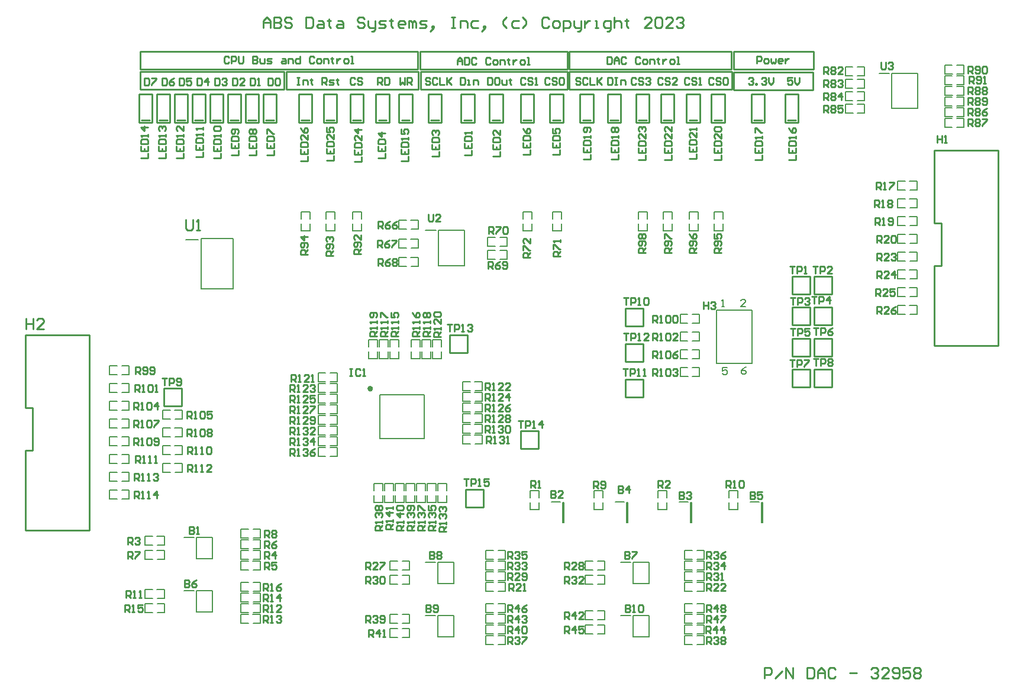
<source format=gto>
G04*
G04 #@! TF.GenerationSoftware,Altium Limited,Altium Designer,22.3.1 (43)*
G04*
G04 Layer_Color=65535*
%FSLAX25Y25*%
%MOIN*%
G70*
G04*
G04 #@! TF.SameCoordinates,6E346DA1-06B3-48DF-BE1B-420114EF1470*
G04*
G04*
G04 #@! TF.FilePolarity,Positive*
G04*
G01*
G75*
%ADD10C,0.01575*%
%ADD11C,0.01000*%
%ADD12C,0.00500*%
%ADD13C,0.00787*%
%ADD14C,0.00800*%
D10*
X202107Y179748D02*
G03*
X202107Y179748I-787J0D01*
G01*
D11*
X229600Y359600D02*
X312300D01*
X229600Y369600D02*
X312300D01*
Y359600D02*
Y369600D01*
X229600Y359600D02*
Y369600D01*
X71750Y359500D02*
X228250D01*
X71750Y369500D02*
X228250D01*
Y359500D02*
Y369500D01*
X71750Y359500D02*
Y369500D01*
X154100Y348400D02*
X228300D01*
X154100Y358400D02*
X228300D01*
Y348400D02*
Y358400D01*
X154100Y348400D02*
Y358400D01*
X406100Y359600D02*
X451000D01*
X406100Y369600D02*
X451000D01*
Y359600D02*
Y369600D01*
X406100Y359600D02*
Y369600D01*
X229650Y348300D02*
X312400D01*
X229650Y358300D02*
X312400D01*
Y348300D02*
Y358300D01*
X229650Y348300D02*
Y358300D01*
X71700Y348300D02*
X152700D01*
X71700Y358300D02*
X152700D01*
Y348300D02*
Y358300D01*
X71700Y348300D02*
Y358300D01*
X406250Y348000D02*
X450750D01*
X406250Y358000D02*
X450750D01*
Y348000D02*
Y358000D01*
X406250Y348000D02*
Y358000D01*
X313400Y359600D02*
X404900D01*
X313400Y369600D02*
X404900D01*
Y359600D02*
Y369600D01*
X313400Y359600D02*
Y369600D01*
X313600Y348200D02*
X405100D01*
X313600Y358200D02*
X405100D01*
Y348200D02*
Y358200D01*
X313600Y348200D02*
Y358200D01*
X287500Y331000D02*
X292000D01*
X286000Y329500D02*
X293500D01*
Y345500D01*
X286000D02*
X293500D01*
X286000Y329500D02*
Y345500D01*
X302500Y329500D02*
Y345500D01*
X310000D01*
Y329500D02*
Y345500D01*
X302500Y329500D02*
X310000D01*
X304000Y331000D02*
X308500D01*
X204500Y329500D02*
Y345500D01*
X212000D01*
Y329500D02*
Y345500D01*
X204500Y329500D02*
X212000D01*
X206000Y331000D02*
X210500D01*
X234000Y329500D02*
Y345500D01*
X241500D01*
Y329500D02*
Y345500D01*
X234000Y329500D02*
X241500D01*
X235500Y331000D02*
X240000D01*
X268500Y329500D02*
Y345500D01*
X276000D01*
Y329500D02*
Y345500D01*
X268500Y329500D02*
X276000D01*
X270000Y331000D02*
X274500D01*
X252500Y329500D02*
Y345500D01*
X260000D01*
Y329500D02*
Y345500D01*
X252500Y329500D02*
X260000D01*
X254000Y331000D02*
X258500D01*
X416000Y329500D02*
Y345500D01*
X423500D01*
Y329500D02*
Y345500D01*
X416000Y329500D02*
X423500D01*
X417500Y331000D02*
X422000D01*
X435000Y329500D02*
Y345500D01*
X442500D01*
Y329500D02*
Y345500D01*
X435000Y329500D02*
X442500D01*
X436500Y331000D02*
X441000D01*
X217500Y329500D02*
Y345500D01*
X225000D01*
Y329500D02*
Y345500D01*
X217500Y329500D02*
X225000D01*
X219000Y331000D02*
X223500D01*
X71000Y329500D02*
Y345500D01*
X78500D01*
Y329500D02*
Y345500D01*
X71000Y329500D02*
X78500D01*
X72500Y331000D02*
X77000D01*
X81000Y329500D02*
Y345500D01*
X88500D01*
Y329500D02*
Y345500D01*
X81000Y329500D02*
X88500D01*
X82500Y331000D02*
X87000D01*
X91000Y329500D02*
Y345500D01*
X98500D01*
Y329500D02*
Y345500D01*
X91000Y329500D02*
X98500D01*
X92500Y331000D02*
X97000D01*
X101000Y329500D02*
Y345500D01*
X108500D01*
Y329500D02*
Y345500D01*
X101000Y329500D02*
X108500D01*
X102500Y331000D02*
X107000D01*
X111000Y329500D02*
Y345500D01*
X118500D01*
Y329500D02*
Y345500D01*
X111000Y329500D02*
X118500D01*
X112500Y331000D02*
X117000D01*
X121000Y329500D02*
Y345500D01*
X128500D01*
Y329500D02*
Y345500D01*
X121000Y329500D02*
X128500D01*
X122500Y331000D02*
X127000D01*
X131000Y329500D02*
Y345500D01*
X138500D01*
Y329500D02*
Y345500D01*
X131000Y329500D02*
X138500D01*
X132500Y331000D02*
X137000D01*
X141000Y329500D02*
Y345500D01*
X148500D01*
Y329500D02*
Y345500D01*
X141000Y329500D02*
X148500D01*
X142500Y331000D02*
X147000D01*
X319500Y329500D02*
Y345500D01*
X327000D01*
Y329500D02*
Y345500D01*
X319500Y329500D02*
X327000D01*
X321000Y331000D02*
X325500D01*
X335000Y329500D02*
Y345500D01*
X342500D01*
Y329500D02*
Y345500D01*
X335000Y329500D02*
X342500D01*
X336500Y331000D02*
X341000D01*
X351000Y329500D02*
Y345500D01*
X358500D01*
Y329500D02*
Y345500D01*
X351000Y329500D02*
X358500D01*
X352500Y331000D02*
X357000D01*
X365100Y329500D02*
Y345500D01*
X372600D01*
Y329500D02*
Y345500D01*
X365100Y329500D02*
X372600D01*
X366600Y331000D02*
X371100D01*
X379500Y329500D02*
Y345500D01*
X387000D01*
Y329500D02*
Y345500D01*
X379500Y329500D02*
X387000D01*
X381000Y331000D02*
X385500D01*
X393500Y329500D02*
Y345500D01*
X401000D01*
Y329500D02*
Y345500D01*
X393500Y329500D02*
X401000D01*
X395000Y331000D02*
X399500D01*
X161000Y329500D02*
Y345500D01*
X168500D01*
Y329500D02*
Y345500D01*
X161000Y329500D02*
X168500D01*
X162500Y331000D02*
X167000D01*
X175000Y329500D02*
Y345500D01*
X182500D01*
Y329500D02*
Y345500D01*
X175000Y329500D02*
X182500D01*
X176500Y331000D02*
X181000D01*
X190000Y329500D02*
Y345500D01*
X197500D01*
Y329500D02*
Y345500D01*
X190000Y329500D02*
X197500D01*
X191500Y331000D02*
X196000D01*
X459500Y233000D02*
X461500D01*
X451500Y243000D02*
X461500D01*
X451500Y233000D02*
Y243000D01*
Y233000D02*
X461500D01*
Y243000D01*
X447000Y233000D02*
X449000D01*
X439000Y243000D02*
X449000D01*
X439000Y233000D02*
Y243000D01*
Y233000D02*
X449000D01*
Y243000D01*
X459500Y215500D02*
X461500D01*
X451500Y225500D02*
X461500D01*
X451500Y215500D02*
Y225500D01*
Y215500D02*
X461500D01*
Y225500D01*
X447000Y215500D02*
X449000D01*
X439000Y225500D02*
X449000D01*
X439000Y215500D02*
Y225500D01*
Y215500D02*
X449000D01*
Y225500D01*
X459500Y198000D02*
X461500D01*
X451500Y208000D02*
X461500D01*
X451500Y198000D02*
Y208000D01*
Y198000D02*
X461500D01*
Y208000D01*
X447000Y198000D02*
X449000D01*
X439000Y208000D02*
X449000D01*
X439000Y198000D02*
Y208000D01*
Y198000D02*
X449000D01*
Y208000D01*
X459500Y180500D02*
X461500D01*
X451500Y190500D02*
X461500D01*
X451500Y180500D02*
Y190500D01*
Y180500D02*
X461500D01*
Y190500D01*
X447000Y180500D02*
X449000D01*
X439000Y190500D02*
X449000D01*
X439000Y180500D02*
Y190500D01*
Y180500D02*
X449000D01*
Y190500D01*
X523000Y269000D02*
Y273000D01*
X519000D02*
X523000D01*
X519000Y314000D02*
X555000D01*
Y204000D02*
Y314000D01*
X519000Y204000D02*
X555000D01*
X519000D02*
Y249000D01*
Y273000D02*
Y314000D01*
Y249000D02*
X523000D01*
Y269000D01*
X11000Y165000D02*
Y169000D01*
X7000D02*
X11000D01*
X7000Y210000D02*
X43000D01*
Y100000D02*
Y210000D01*
X7000Y100000D02*
X43000D01*
X7000D02*
Y145000D01*
Y169000D02*
Y210000D01*
Y145000D02*
X11000D01*
Y165000D01*
X353000Y175000D02*
X355000D01*
X345000Y185000D02*
X355000D01*
X345000Y175000D02*
Y185000D01*
Y175000D02*
X355000D01*
Y185000D01*
X353000Y215000D02*
X355000D01*
X345000Y225000D02*
X355000D01*
X345000Y215000D02*
Y225000D01*
Y215000D02*
X355000D01*
Y225000D01*
X93000Y170000D02*
X95000D01*
X85000Y180000D02*
X95000D01*
X85000Y170000D02*
Y180000D01*
Y170000D02*
X95000D01*
Y180000D01*
X353000Y195000D02*
X355000D01*
X345000Y205000D02*
X355000D01*
X345000Y195000D02*
Y205000D01*
Y195000D02*
X355000D01*
Y205000D01*
X254000Y200000D02*
X256000D01*
X246000Y210000D02*
X256000D01*
X246000Y200000D02*
Y210000D01*
Y200000D02*
X256000D01*
Y210000D01*
X294000Y146000D02*
X296000D01*
X286000Y156000D02*
X296000D01*
X286000Y146000D02*
Y156000D01*
Y146000D02*
X296000D01*
Y156000D01*
X263000Y113000D02*
X265000D01*
X255000Y123000D02*
X265000D01*
X255000Y113000D02*
Y123000D01*
Y113000D02*
X265000D01*
Y123000D01*
X423500Y16500D02*
Y22498D01*
X426499D01*
X427499Y21498D01*
Y19499D01*
X426499Y18499D01*
X423500D01*
X429498Y16500D02*
X433497Y20499D01*
X435496Y16500D02*
Y22498D01*
X439495Y16500D01*
Y22498D01*
X447492D02*
Y16500D01*
X450491D01*
X451491Y17500D01*
Y21498D01*
X450491Y22498D01*
X447492D01*
X453490Y16500D02*
Y20499D01*
X455490Y22498D01*
X457489Y20499D01*
Y16500D01*
Y19499D01*
X453490D01*
X463487Y21498D02*
X462487Y22498D01*
X460488D01*
X459488Y21498D01*
Y17500D01*
X460488Y16500D01*
X462487D01*
X463487Y17500D01*
X471485Y19499D02*
X475483D01*
X483481Y21498D02*
X484480Y22498D01*
X486480D01*
X487479Y21498D01*
Y20499D01*
X486480Y19499D01*
X485480D01*
X486480D01*
X487479Y18499D01*
Y17500D01*
X486480Y16500D01*
X484480D01*
X483481Y17500D01*
X493477Y16500D02*
X489479D01*
X493477Y20499D01*
Y21498D01*
X492478Y22498D01*
X490478D01*
X489479Y21498D01*
X495477Y17500D02*
X496476Y16500D01*
X498476D01*
X499475Y17500D01*
Y21498D01*
X498476Y22498D01*
X496476D01*
X495477Y21498D01*
Y20499D01*
X496476Y19499D01*
X499475D01*
X505474Y22498D02*
X501475D01*
Y19499D01*
X503474Y20499D01*
X504474D01*
X505474Y19499D01*
Y17500D01*
X504474Y16500D01*
X502474D01*
X501475Y17500D01*
X507473Y21498D02*
X508472Y22498D01*
X510472D01*
X511472Y21498D01*
Y20499D01*
X510472Y19499D01*
X511472Y18499D01*
Y17500D01*
X510472Y16500D01*
X508472D01*
X507473Y17500D01*
Y18499D01*
X508472Y19499D01*
X507473Y20499D01*
Y21498D01*
X508472Y19499D02*
X510472D01*
X351166Y354332D02*
X350499Y354999D01*
X349166D01*
X348500Y354332D01*
Y351666D01*
X349166Y351000D01*
X350499D01*
X351166Y351666D01*
X355165Y354332D02*
X354498Y354999D01*
X353165D01*
X352499Y354332D01*
Y353666D01*
X353165Y352999D01*
X354498D01*
X355165Y352333D01*
Y351666D01*
X354498Y351000D01*
X353165D01*
X352499Y351666D01*
X356497Y354332D02*
X357164Y354999D01*
X358497D01*
X359163Y354332D01*
Y353666D01*
X358497Y352999D01*
X357830D01*
X358497D01*
X359163Y352333D01*
Y351666D01*
X358497Y351000D01*
X357164D01*
X356497Y351666D01*
X366166Y354332D02*
X365499Y354999D01*
X364166D01*
X363500Y354332D01*
Y351666D01*
X364166Y351000D01*
X365499D01*
X366166Y351666D01*
X370164Y354332D02*
X369498Y354999D01*
X368165D01*
X367499Y354332D01*
Y353666D01*
X368165Y352999D01*
X369498D01*
X370164Y352333D01*
Y351666D01*
X369498Y351000D01*
X368165D01*
X367499Y351666D01*
X374163Y351000D02*
X371497D01*
X374163Y353666D01*
Y354332D01*
X373497Y354999D01*
X372164D01*
X371497Y354332D01*
X381166D02*
X380499Y354999D01*
X379166D01*
X378500Y354332D01*
Y351666D01*
X379166Y351000D01*
X380499D01*
X381166Y351666D01*
X385164Y354332D02*
X384498Y354999D01*
X383165D01*
X382499Y354332D01*
Y353666D01*
X383165Y352999D01*
X384498D01*
X385164Y352333D01*
Y351666D01*
X384498Y351000D01*
X383165D01*
X382499Y351666D01*
X386497Y351000D02*
X387830D01*
X387164D01*
Y354999D01*
X386497Y354332D01*
X394666D02*
X393999Y354999D01*
X392666D01*
X392000Y354332D01*
Y351666D01*
X392666Y351000D01*
X393999D01*
X394666Y351666D01*
X398664Y354332D02*
X397998Y354999D01*
X396665D01*
X395999Y354332D01*
Y353666D01*
X396665Y352999D01*
X397998D01*
X398664Y352333D01*
Y351666D01*
X397998Y351000D01*
X396665D01*
X395999Y351666D01*
X399997Y354332D02*
X400664Y354999D01*
X401997D01*
X402663Y354332D01*
Y351666D01*
X401997Y351000D01*
X400664D01*
X399997Y351666D01*
Y354332D01*
X334800Y366499D02*
Y362500D01*
X336799D01*
X337466Y363166D01*
Y365832D01*
X336799Y366499D01*
X334800D01*
X338799Y362500D02*
Y365166D01*
X340132Y366499D01*
X341464Y365166D01*
Y362500D01*
Y364499D01*
X338799D01*
X345463Y365832D02*
X344797Y366499D01*
X343464D01*
X342797Y365832D01*
Y363166D01*
X343464Y362500D01*
X344797D01*
X345463Y363166D01*
X353461Y365832D02*
X352794Y366499D01*
X351461D01*
X350795Y365832D01*
Y363166D01*
X351461Y362500D01*
X352794D01*
X353461Y363166D01*
X355460Y362500D02*
X356793D01*
X357459Y363166D01*
Y364499D01*
X356793Y365166D01*
X355460D01*
X354794Y364499D01*
Y363166D01*
X355460Y362500D01*
X358792D02*
Y365166D01*
X360792D01*
X361458Y364499D01*
Y362500D01*
X363457Y365832D02*
Y365166D01*
X362791D01*
X364124D01*
X363457D01*
Y363166D01*
X364124Y362500D01*
X366123Y365166D02*
Y362500D01*
Y363833D01*
X366790Y364499D01*
X367456Y365166D01*
X368123D01*
X370788Y362500D02*
X372121D01*
X372788Y363166D01*
Y364499D01*
X372121Y365166D01*
X370788D01*
X370122Y364499D01*
Y363166D01*
X370788Y362500D01*
X374121D02*
X375453D01*
X374787D01*
Y366499D01*
X374121D01*
X288766Y354332D02*
X288099Y354999D01*
X286766D01*
X286100Y354332D01*
Y351666D01*
X286766Y351000D01*
X288099D01*
X288766Y351666D01*
X292764Y354332D02*
X292098Y354999D01*
X290765D01*
X290099Y354332D01*
Y353666D01*
X290765Y352999D01*
X292098D01*
X292764Y352333D01*
Y351666D01*
X292098Y351000D01*
X290765D01*
X290099Y351666D01*
X294097Y351000D02*
X295430D01*
X294764D01*
Y354999D01*
X294097Y354332D01*
X267500Y354999D02*
Y351000D01*
X269499D01*
X270166Y351666D01*
Y354332D01*
X269499Y354999D01*
X267500D01*
X273498D02*
X272165D01*
X271499Y354332D01*
Y351666D01*
X272165Y351000D01*
X273498D01*
X274165Y351666D01*
Y354332D01*
X273498Y354999D01*
X275497Y353666D02*
Y351666D01*
X276164Y351000D01*
X278163D01*
Y353666D01*
X280163Y354332D02*
Y353666D01*
X279496D01*
X280829D01*
X280163D01*
Y351666D01*
X280829Y351000D01*
X252000Y354999D02*
Y351000D01*
X253999D01*
X254666Y351666D01*
Y354332D01*
X253999Y354999D01*
X252000D01*
X255999Y351000D02*
X257332D01*
X256665D01*
Y353666D01*
X255999D01*
X259331Y351000D02*
Y353666D01*
X261330D01*
X261997Y352999D01*
Y351000D01*
X234966Y354332D02*
X234299Y354999D01*
X232966D01*
X232300Y354332D01*
Y353666D01*
X232966Y352999D01*
X234299D01*
X234966Y352333D01*
Y351666D01*
X234299Y351000D01*
X232966D01*
X232300Y351666D01*
X238965Y354332D02*
X238298Y354999D01*
X236965D01*
X236299Y354332D01*
Y351666D01*
X236965Y351000D01*
X238298D01*
X238965Y351666D01*
X240297Y354999D02*
Y351000D01*
X242963D01*
X244296Y354999D02*
Y351000D01*
Y352333D01*
X246962Y354999D01*
X244963Y352999D01*
X246962Y351000D01*
X414400Y354332D02*
X415066Y354999D01*
X416399D01*
X417066Y354332D01*
Y353666D01*
X416399Y352999D01*
X415733D01*
X416399D01*
X417066Y352333D01*
Y351666D01*
X416399Y351000D01*
X415066D01*
X414400Y351666D01*
X418399Y351000D02*
Y351666D01*
X419065D01*
Y351000D01*
X418399D01*
X421731Y354332D02*
X422397Y354999D01*
X423730D01*
X424397Y354332D01*
Y353666D01*
X423730Y352999D01*
X423064D01*
X423730D01*
X424397Y352333D01*
Y351666D01*
X423730Y351000D01*
X422397D01*
X421731Y351666D01*
X425730Y354999D02*
Y352333D01*
X427063Y351000D01*
X428396Y352333D01*
Y354999D01*
X439166D02*
X436500D01*
Y352999D01*
X437833Y353666D01*
X438499D01*
X439166Y352999D01*
Y351666D01*
X438499Y351000D01*
X437166D01*
X436500Y351666D01*
X440499Y354999D02*
Y352333D01*
X441832Y351000D01*
X443164Y352333D01*
Y354999D01*
X419000Y363000D02*
Y366999D01*
X420999D01*
X421666Y366332D01*
Y364999D01*
X420999Y364333D01*
X419000D01*
X423665Y363000D02*
X424998D01*
X425665Y363666D01*
Y364999D01*
X424998Y365666D01*
X423665D01*
X422999Y364999D01*
Y363666D01*
X423665Y363000D01*
X426997Y365666D02*
Y363666D01*
X427664Y363000D01*
X428330Y363666D01*
X428997Y363000D01*
X429663Y363666D01*
Y365666D01*
X432996Y363000D02*
X431663D01*
X430996Y363666D01*
Y364999D01*
X431663Y365666D01*
X432996D01*
X433662Y364999D01*
Y364333D01*
X430996D01*
X434995Y365666D02*
Y363000D01*
Y364333D01*
X435661Y364999D01*
X436328Y365666D01*
X436994D01*
X250400Y362400D02*
Y365066D01*
X251733Y366399D01*
X253066Y365066D01*
Y362400D01*
Y364399D01*
X250400D01*
X254399Y366399D02*
Y362400D01*
X256398D01*
X257065Y363066D01*
Y365732D01*
X256398Y366399D01*
X254399D01*
X261063Y365732D02*
X260397Y366399D01*
X259064D01*
X258397Y365732D01*
Y363066D01*
X259064Y362400D01*
X260397D01*
X261063Y363066D01*
X269061Y365732D02*
X268394Y366399D01*
X267061D01*
X266395Y365732D01*
Y363066D01*
X267061Y362400D01*
X268394D01*
X269061Y363066D01*
X271060Y362400D02*
X272393D01*
X273059Y363066D01*
Y364399D01*
X272393Y365066D01*
X271060D01*
X270394Y364399D01*
Y363066D01*
X271060Y362400D01*
X274392D02*
Y365066D01*
X276392D01*
X277058Y364399D01*
Y362400D01*
X279057Y365732D02*
Y365066D01*
X278391D01*
X279724D01*
X279057D01*
Y363066D01*
X279724Y362400D01*
X281723Y365066D02*
Y362400D01*
Y363733D01*
X282390Y364399D01*
X283056Y365066D01*
X283723D01*
X286388Y362400D02*
X287721D01*
X288388Y363066D01*
Y364399D01*
X287721Y365066D01*
X286388D01*
X285722Y364399D01*
Y363066D01*
X286388Y362400D01*
X289721D02*
X291054D01*
X290387D01*
Y366399D01*
X289721D01*
X205600Y350900D02*
Y354899D01*
X207599D01*
X208266Y354232D01*
Y352899D01*
X207599Y352233D01*
X205600D01*
X206933D02*
X208266Y350900D01*
X209599Y354899D02*
Y350900D01*
X211598D01*
X212264Y351566D01*
Y354232D01*
X211598Y354899D01*
X209599D01*
X113700Y354799D02*
Y350800D01*
X115699D01*
X116366Y351466D01*
Y354132D01*
X115699Y354799D01*
X113700D01*
X117699Y354132D02*
X118365Y354799D01*
X119698D01*
X120364Y354132D01*
Y353466D01*
X119698Y352799D01*
X119032D01*
X119698D01*
X120364Y352133D01*
Y351466D01*
X119698Y350800D01*
X118365D01*
X117699Y351466D01*
X103700Y354799D02*
Y350800D01*
X105699D01*
X106366Y351466D01*
Y354132D01*
X105699Y354799D01*
X103700D01*
X109698Y350800D02*
Y354799D01*
X107699Y352799D01*
X110364D01*
X74200Y354699D02*
Y350700D01*
X76199D01*
X76866Y351366D01*
Y354032D01*
X76199Y354699D01*
X74200D01*
X78199D02*
X80865D01*
Y354032D01*
X78199Y351366D01*
Y350700D01*
X84200Y354699D02*
Y350700D01*
X86199D01*
X86866Y351366D01*
Y354032D01*
X86199Y354699D01*
X84200D01*
X90864D02*
X89532Y354032D01*
X88199Y352699D01*
Y351366D01*
X88865Y350700D01*
X90198D01*
X90864Y351366D01*
Y352033D01*
X90198Y352699D01*
X88199D01*
X93700Y354799D02*
Y350800D01*
X95699D01*
X96366Y351466D01*
Y354132D01*
X95699Y354799D01*
X93700D01*
X100364D02*
X97699D01*
Y352799D01*
X99032Y353466D01*
X99698D01*
X100364Y352799D01*
Y351466D01*
X99698Y350800D01*
X98365D01*
X97699Y351466D01*
X335000Y354999D02*
Y351000D01*
X336999D01*
X337666Y351666D01*
Y354332D01*
X336999Y354999D01*
X335000D01*
X338999D02*
X340332D01*
X339665D01*
Y351000D01*
X338999D01*
X340332D01*
X342331D02*
Y353666D01*
X344330D01*
X344997Y352999D01*
Y351000D01*
X319666Y354332D02*
X318999Y354999D01*
X317666D01*
X317000Y354332D01*
Y353666D01*
X317666Y352999D01*
X318999D01*
X319666Y352333D01*
Y351666D01*
X318999Y351000D01*
X317666D01*
X317000Y351666D01*
X323664Y354332D02*
X322998Y354999D01*
X321665D01*
X320999Y354332D01*
Y351666D01*
X321665Y351000D01*
X322998D01*
X323664Y351666D01*
X324997Y354999D02*
Y351000D01*
X327663D01*
X328996Y354999D02*
Y351000D01*
Y352333D01*
X331662Y354999D01*
X329663Y352999D01*
X331662Y351000D01*
X302466Y354332D02*
X301799Y354999D01*
X300466D01*
X299800Y354332D01*
Y351666D01*
X300466Y351000D01*
X301799D01*
X302466Y351666D01*
X306465Y354332D02*
X305798Y354999D01*
X304465D01*
X303799Y354332D01*
Y353666D01*
X304465Y352999D01*
X305798D01*
X306465Y352333D01*
Y351666D01*
X305798Y351000D01*
X304465D01*
X303799Y351666D01*
X307797Y354332D02*
X308464Y354999D01*
X309797D01*
X310463Y354332D01*
Y351666D01*
X309797Y351000D01*
X308464D01*
X307797Y351666D01*
Y354332D01*
X121666Y366332D02*
X120999Y366999D01*
X119667D01*
X119000Y366332D01*
Y363666D01*
X119667Y363000D01*
X120999D01*
X121666Y363666D01*
X122999Y363000D02*
Y366999D01*
X124998D01*
X125664Y366332D01*
Y364999D01*
X124998Y364333D01*
X122999D01*
X126997Y366999D02*
Y363666D01*
X127664Y363000D01*
X128997D01*
X129663Y363666D01*
Y366999D01*
X134995D02*
Y363000D01*
X136994D01*
X137661Y363666D01*
Y364333D01*
X136994Y364999D01*
X134995D01*
X136994D01*
X137661Y365666D01*
Y366332D01*
X136994Y366999D01*
X134995D01*
X138994Y365666D02*
Y363666D01*
X139660Y363000D01*
X141659D01*
Y365666D01*
X142992Y363000D02*
X144992D01*
X145658Y363666D01*
X144992Y364333D01*
X143659D01*
X142992Y364999D01*
X143659Y365666D01*
X145658D01*
X151656D02*
X152989D01*
X153656Y364999D01*
Y363000D01*
X151656D01*
X150990Y363666D01*
X151656Y364333D01*
X153656D01*
X154988Y363000D02*
Y365666D01*
X156988D01*
X157654Y364999D01*
Y363000D01*
X161653Y366999D02*
Y363000D01*
X159653D01*
X158987Y363666D01*
Y364999D01*
X159653Y365666D01*
X161653D01*
X169650Y366332D02*
X168984Y366999D01*
X167651D01*
X166984Y366332D01*
Y363666D01*
X167651Y363000D01*
X168984D01*
X169650Y363666D01*
X171650Y363000D02*
X172983D01*
X173649Y363666D01*
Y364999D01*
X172983Y365666D01*
X171650D01*
X170983Y364999D01*
Y363666D01*
X171650Y363000D01*
X174982D02*
Y365666D01*
X176981D01*
X177648Y364999D01*
Y363000D01*
X179647Y366332D02*
Y365666D01*
X178981D01*
X180314D01*
X179647D01*
Y363666D01*
X180314Y363000D01*
X182313Y365666D02*
Y363000D01*
Y364333D01*
X182979Y364999D01*
X183646Y365666D01*
X184312D01*
X186978Y363000D02*
X188311D01*
X188977Y363666D01*
Y364999D01*
X188311Y365666D01*
X186978D01*
X186312Y364999D01*
Y363666D01*
X186978Y363000D01*
X190310D02*
X191643D01*
X190977D01*
Y366999D01*
X190310D01*
X192766Y354232D02*
X192099Y354899D01*
X190767D01*
X190100Y354232D01*
Y351566D01*
X190767Y350900D01*
X192099D01*
X192766Y351566D01*
X196765Y354232D02*
X196098Y354899D01*
X194765D01*
X194099Y354232D01*
Y353566D01*
X194765Y352899D01*
X196098D01*
X196765Y352233D01*
Y351566D01*
X196098Y350900D01*
X194765D01*
X194099Y351566D01*
X174100Y350900D02*
Y354899D01*
X176099D01*
X176766Y354232D01*
Y352899D01*
X176099Y352233D01*
X174100D01*
X175433D02*
X176766Y350900D01*
X178099D02*
X180098D01*
X180764Y351566D01*
X180098Y352233D01*
X178765D01*
X178099Y352899D01*
X178765Y353566D01*
X180764D01*
X182764Y354232D02*
Y353566D01*
X182097D01*
X183430D01*
X182764D01*
Y351566D01*
X183430Y350900D01*
X160100Y355048D02*
X161433D01*
X160766D01*
Y351050D01*
X160100D01*
X161433D01*
X163432D02*
Y353715D01*
X165432D01*
X166098Y353049D01*
Y351050D01*
X168097Y354382D02*
Y353715D01*
X167431D01*
X168764D01*
X168097D01*
Y351716D01*
X168764Y351050D01*
X143700Y354799D02*
Y350800D01*
X145699D01*
X146366Y351466D01*
Y354132D01*
X145699Y354799D01*
X143700D01*
X147699Y354132D02*
X148365Y354799D01*
X149698D01*
X150364Y354132D01*
Y351466D01*
X149698Y350800D01*
X148365D01*
X147699Y351466D01*
Y354132D01*
X133700Y354799D02*
Y350800D01*
X135699D01*
X136366Y351466D01*
Y354132D01*
X135699Y354799D01*
X133700D01*
X137699Y350800D02*
X139032D01*
X138365D01*
Y354799D01*
X137699Y354132D01*
X218100Y354899D02*
Y350900D01*
X219433Y352233D01*
X220766Y350900D01*
Y354899D01*
X222099Y350900D02*
Y354899D01*
X224098D01*
X224764Y354232D01*
Y352899D01*
X224098Y352233D01*
X222099D01*
X223432D02*
X224764Y350900D01*
X123700Y354799D02*
Y350800D01*
X125699D01*
X126366Y351466D01*
Y354132D01*
X125699Y354799D01*
X123700D01*
X130365Y350800D02*
X127699D01*
X130365Y353466D01*
Y354132D01*
X129698Y354799D01*
X128365D01*
X127699Y354132D01*
X141000Y382999D02*
Y386998D01*
X142999Y388997D01*
X144999Y386998D01*
Y382999D01*
Y385998D01*
X141000D01*
X146998Y388997D02*
Y382999D01*
X149997D01*
X150997Y383999D01*
Y384999D01*
X149997Y385998D01*
X146998D01*
X149997D01*
X150997Y386998D01*
Y387998D01*
X149997Y388997D01*
X146998D01*
X156995Y387998D02*
X155995Y388997D01*
X153996D01*
X152996Y387998D01*
Y386998D01*
X153996Y385998D01*
X155995D01*
X156995Y384999D01*
Y383999D01*
X155995Y382999D01*
X153996D01*
X152996Y383999D01*
X164992Y388997D02*
Y382999D01*
X167991D01*
X168991Y383999D01*
Y387998D01*
X167991Y388997D01*
X164992D01*
X171990Y386998D02*
X173989D01*
X174989Y385998D01*
Y382999D01*
X171990D01*
X170990Y383999D01*
X171990Y384999D01*
X174989D01*
X177988Y387998D02*
Y386998D01*
X176988D01*
X178988D01*
X177988D01*
Y383999D01*
X178988Y382999D01*
X182986Y386998D02*
X184986D01*
X185985Y385998D01*
Y382999D01*
X182986D01*
X181987Y383999D01*
X182986Y384999D01*
X185985D01*
X197982Y387998D02*
X196982Y388997D01*
X194983D01*
X193983Y387998D01*
Y386998D01*
X194983Y385998D01*
X196982D01*
X197982Y384999D01*
Y383999D01*
X196982Y382999D01*
X194983D01*
X193983Y383999D01*
X199981Y386998D02*
Y383999D01*
X200981Y382999D01*
X203980D01*
Y382000D01*
X202980Y381000D01*
X201980D01*
X203980Y382999D02*
Y386998D01*
X205979Y382999D02*
X208978D01*
X209978Y383999D01*
X208978Y384999D01*
X206979D01*
X205979Y385998D01*
X206979Y386998D01*
X209978D01*
X212977Y387998D02*
Y386998D01*
X211977D01*
X213976D01*
X212977D01*
Y383999D01*
X213976Y382999D01*
X219974D02*
X217975D01*
X216975Y383999D01*
Y385998D01*
X217975Y386998D01*
X219974D01*
X220974Y385998D01*
Y384999D01*
X216975D01*
X222973Y382999D02*
Y386998D01*
X223973D01*
X224973Y385998D01*
Y382999D01*
Y385998D01*
X225973Y386998D01*
X226972Y385998D01*
Y382999D01*
X228972D02*
X231971D01*
X232970Y383999D01*
X231971Y384999D01*
X229971D01*
X228972Y385998D01*
X229971Y386998D01*
X232970D01*
X235969Y382000D02*
X236969Y382999D01*
Y383999D01*
X235969D01*
Y382999D01*
X236969D01*
X235969Y382000D01*
X234970Y381000D01*
X246966Y388997D02*
X248965D01*
X247965D01*
Y382999D01*
X246966D01*
X248965D01*
X251964D02*
Y386998D01*
X254963D01*
X255963Y385998D01*
Y382999D01*
X261961Y386998D02*
X258962D01*
X257962Y385998D01*
Y383999D01*
X258962Y382999D01*
X261961D01*
X264960Y382000D02*
X265960Y382999D01*
Y383999D01*
X264960D01*
Y382999D01*
X265960D01*
X264960Y382000D01*
X263960Y381000D01*
X277956Y382999D02*
X275956Y384999D01*
Y386998D01*
X277956Y388997D01*
X284953Y386998D02*
X281954D01*
X280955Y385998D01*
Y383999D01*
X281954Y382999D01*
X284953D01*
X286953D02*
X288952Y384999D01*
Y386998D01*
X286953Y388997D01*
X301948Y387998D02*
X300948Y388997D01*
X298949D01*
X297949Y387998D01*
Y383999D01*
X298949Y382999D01*
X300948D01*
X301948Y383999D01*
X304947Y382999D02*
X306946D01*
X307946Y383999D01*
Y385998D01*
X306946Y386998D01*
X304947D01*
X303947Y385998D01*
Y383999D01*
X304947Y382999D01*
X309945Y381000D02*
Y386998D01*
X312944D01*
X313944Y385998D01*
Y383999D01*
X312944Y382999D01*
X309945D01*
X315943Y386998D02*
Y383999D01*
X316943Y382999D01*
X319942D01*
Y382000D01*
X318942Y381000D01*
X317943D01*
X319942Y382999D02*
Y386998D01*
X321941D02*
Y382999D01*
Y384999D01*
X322941Y385998D01*
X323941Y386998D01*
X324940D01*
X327940Y382999D02*
X329939D01*
X328939D01*
Y386998D01*
X327940D01*
X334937Y381000D02*
X335937D01*
X336937Y382000D01*
Y386998D01*
X333938D01*
X332938Y385998D01*
Y383999D01*
X333938Y382999D01*
X336937D01*
X338936Y388997D02*
Y382999D01*
Y385998D01*
X339936Y386998D01*
X341935D01*
X342935Y385998D01*
Y382999D01*
X345934Y387998D02*
Y386998D01*
X344934D01*
X346933D01*
X345934D01*
Y383999D01*
X346933Y382999D01*
X359929D02*
X355930D01*
X359929Y386998D01*
Y387998D01*
X358929Y388997D01*
X356930D01*
X355930Y387998D01*
X361929D02*
X362928Y388997D01*
X364928D01*
X365927Y387998D01*
Y383999D01*
X364928Y382999D01*
X362928D01*
X361929Y383999D01*
Y387998D01*
X371925Y382999D02*
X367927D01*
X371925Y386998D01*
Y387998D01*
X370926Y388997D01*
X368926D01*
X367927Y387998D01*
X373925D02*
X374924Y388997D01*
X376924D01*
X377923Y387998D01*
Y386998D01*
X376924Y385998D01*
X375924D01*
X376924D01*
X377923Y384999D01*
Y383999D01*
X376924Y382999D01*
X374924D01*
X373925Y383999D01*
X141002Y66001D02*
Y69999D01*
X143001D01*
X143667Y69333D01*
Y68000D01*
X143001Y67334D01*
X141002D01*
X142334D02*
X143667Y66001D01*
X145000D02*
X146333D01*
X145667D01*
Y69999D01*
X145000Y69333D01*
X150998Y69999D02*
X149665Y69333D01*
X148333Y68000D01*
Y66667D01*
X148999Y66001D01*
X150332D01*
X150998Y66667D01*
Y67334D01*
X150332Y68000D01*
X148333D01*
X63002Y54001D02*
Y57999D01*
X65001D01*
X65667Y57333D01*
Y56000D01*
X65001Y55334D01*
X63002D01*
X64334D02*
X65667Y54001D01*
X67000D02*
X68333D01*
X67667D01*
Y57999D01*
X67000Y57333D01*
X72998Y57999D02*
X70333D01*
Y56000D01*
X71666Y56666D01*
X72332D01*
X72998Y56000D01*
Y54667D01*
X72332Y54001D01*
X70999D01*
X70333Y54667D01*
X141002Y60001D02*
Y63999D01*
X143001D01*
X143667Y63333D01*
Y62000D01*
X143001Y61334D01*
X141002D01*
X142334D02*
X143667Y60001D01*
X145000D02*
X146333D01*
X145667D01*
Y63999D01*
X145000Y63333D01*
X150332Y60001D02*
Y63999D01*
X148333Y62000D01*
X150998D01*
X141002Y48001D02*
Y51999D01*
X143001D01*
X143667Y51333D01*
Y50000D01*
X143001Y49334D01*
X141002D01*
X142334D02*
X143667Y48001D01*
X145000D02*
X146333D01*
X145667D01*
Y51999D01*
X145000Y51333D01*
X148333D02*
X148999Y51999D01*
X150332D01*
X150998Y51333D01*
Y50666D01*
X150332Y50000D01*
X149665D01*
X150332D01*
X150998Y49334D01*
Y48667D01*
X150332Y48001D01*
X148999D01*
X148333Y48667D01*
X141002Y54001D02*
Y57999D01*
X143001D01*
X143667Y57333D01*
Y56000D01*
X143001Y55334D01*
X141002D01*
X142334D02*
X143667Y54001D01*
X145000D02*
X146333D01*
X145667D01*
Y57999D01*
X145000Y57333D01*
X150998Y54001D02*
X148333D01*
X150998Y56666D01*
Y57333D01*
X150332Y57999D01*
X148999D01*
X148333Y57333D01*
X63668Y62001D02*
Y65999D01*
X65667D01*
X66334Y65333D01*
Y64000D01*
X65667Y63334D01*
X63668D01*
X65001D02*
X66334Y62001D01*
X67667D02*
X69000D01*
X68333D01*
Y65999D01*
X67667Y65333D01*
X70999Y62001D02*
X72332D01*
X71666D01*
Y65999D01*
X70999Y65333D01*
X141668Y96001D02*
Y99999D01*
X143667D01*
X144334Y99333D01*
Y98000D01*
X143667Y97334D01*
X141668D01*
X143001D02*
X144334Y96001D01*
X145667Y99333D02*
X146333Y99999D01*
X147666D01*
X148332Y99333D01*
Y98666D01*
X147666Y98000D01*
X148332Y97334D01*
Y96667D01*
X147666Y96001D01*
X146333D01*
X145667Y96667D01*
Y97334D01*
X146333Y98000D01*
X145667Y98666D01*
Y99333D01*
X146333Y98000D02*
X147666D01*
X64668Y84001D02*
Y87999D01*
X66667D01*
X67334Y87333D01*
Y86000D01*
X66667Y85334D01*
X64668D01*
X66001D02*
X67334Y84001D01*
X68666Y87999D02*
X71332D01*
Y87333D01*
X68666Y84667D01*
Y84001D01*
X141668Y90001D02*
Y93999D01*
X143667D01*
X144334Y93333D01*
Y92000D01*
X143667Y91334D01*
X141668D01*
X143001D02*
X144334Y90001D01*
X148332Y93999D02*
X146999Y93333D01*
X145667Y92000D01*
Y90667D01*
X146333Y90001D01*
X147666D01*
X148332Y90667D01*
Y91334D01*
X147666Y92000D01*
X145667D01*
X141668Y78001D02*
Y81999D01*
X143667D01*
X144334Y81333D01*
Y80000D01*
X143667Y79334D01*
X141668D01*
X143001D02*
X144334Y78001D01*
X148332Y81999D02*
X145667D01*
Y80000D01*
X146999Y80666D01*
X147666D01*
X148332Y80000D01*
Y78667D01*
X147666Y78001D01*
X146333D01*
X145667Y78667D01*
X141668Y84001D02*
Y87999D01*
X143667D01*
X144334Y87333D01*
Y86000D01*
X143667Y85334D01*
X141668D01*
X143001D02*
X144334Y84001D01*
X147666D02*
Y87999D01*
X145667Y86000D01*
X148332D01*
X64668Y92001D02*
Y95999D01*
X66667D01*
X67334Y95333D01*
Y94000D01*
X66667Y93334D01*
X64668D01*
X66001D02*
X67334Y92001D01*
X68666Y95333D02*
X69333Y95999D01*
X70666D01*
X71332Y95333D01*
Y94666D01*
X70666Y94000D01*
X69999D01*
X70666D01*
X71332Y93334D01*
Y92667D01*
X70666Y92001D01*
X69333D01*
X68666Y92667D01*
X489168Y363499D02*
Y360167D01*
X489834Y359501D01*
X491167D01*
X491834Y360167D01*
Y363499D01*
X493166Y362833D02*
X493833Y363499D01*
X495166D01*
X495832Y362833D01*
Y362166D01*
X495166Y361500D01*
X494499D01*
X495166D01*
X495832Y360834D01*
Y360167D01*
X495166Y359501D01*
X493833D01*
X493166Y360167D01*
X234116Y278148D02*
Y274816D01*
X234783Y274150D01*
X236116D01*
X236782Y274816D01*
Y278148D01*
X240781Y274150D02*
X238115D01*
X240781Y276816D01*
Y277482D01*
X240114Y278148D01*
X238781D01*
X238115Y277482D01*
X97350Y274848D02*
Y269850D01*
X98350Y268850D01*
X100349D01*
X101349Y269850D01*
Y274848D01*
X103348Y268850D02*
X105347D01*
X104348D01*
Y274848D01*
X103348Y273848D01*
X254002Y128999D02*
X256668D01*
X255335D01*
Y125001D01*
X258001D02*
Y128999D01*
X260000D01*
X260667Y128333D01*
Y127000D01*
X260000Y126333D01*
X258001D01*
X262000Y125001D02*
X263333D01*
X262666D01*
Y128999D01*
X262000Y128333D01*
X267998Y128999D02*
X265332D01*
Y127000D01*
X266665Y127666D01*
X267331D01*
X267998Y127000D01*
Y125667D01*
X267331Y125001D01*
X265998D01*
X265332Y125667D01*
X284702Y161799D02*
X287368D01*
X286035D01*
Y157801D01*
X288701D02*
Y161799D01*
X290700D01*
X291367Y161133D01*
Y159800D01*
X290700Y159134D01*
X288701D01*
X292700Y157801D02*
X294033D01*
X293366D01*
Y161799D01*
X292700Y161133D01*
X298031Y157801D02*
Y161799D01*
X296032Y159800D01*
X298698D01*
X244902Y216099D02*
X247568D01*
X246235D01*
Y212101D01*
X248901D02*
Y216099D01*
X250900D01*
X251567Y215433D01*
Y214100D01*
X250900Y213434D01*
X248901D01*
X252900Y212101D02*
X254233D01*
X253566D01*
Y216099D01*
X252900Y215433D01*
X256232D02*
X256898Y216099D01*
X258231D01*
X258898Y215433D01*
Y214766D01*
X258231Y214100D01*
X257565D01*
X258231D01*
X258898Y213434D01*
Y212767D01*
X258231Y212101D01*
X256898D01*
X256232Y212767D01*
X344002Y210999D02*
X346668D01*
X345335D01*
Y207001D01*
X348001D02*
Y210999D01*
X350000D01*
X350667Y210333D01*
Y209000D01*
X350000Y208334D01*
X348001D01*
X352000Y207001D02*
X353333D01*
X352666D01*
Y210999D01*
X352000Y210333D01*
X357998Y207001D02*
X355332D01*
X357998Y209666D01*
Y210333D01*
X357331Y210999D01*
X355998D01*
X355332Y210333D01*
X343669Y190999D02*
X346335D01*
X345002D01*
Y187001D01*
X347667D02*
Y190999D01*
X349667D01*
X350333Y190333D01*
Y189000D01*
X349667Y188333D01*
X347667D01*
X351666Y187001D02*
X352999D01*
X352333D01*
Y190999D01*
X351666Y190333D01*
X354998Y187001D02*
X356331D01*
X355665D01*
Y190999D01*
X354998Y190333D01*
X344002Y230999D02*
X346668D01*
X345335D01*
Y227001D01*
X348001D02*
Y230999D01*
X350000D01*
X350667Y230333D01*
Y229000D01*
X350000Y228334D01*
X348001D01*
X352000Y227001D02*
X353333D01*
X352666D01*
Y230999D01*
X352000Y230333D01*
X355332D02*
X355998Y230999D01*
X357331D01*
X357998Y230333D01*
Y227667D01*
X357331Y227001D01*
X355998D01*
X355332Y227667D01*
Y230333D01*
X84168Y185499D02*
X86834D01*
X85501D01*
Y181501D01*
X88167D02*
Y185499D01*
X90166D01*
X90833Y184833D01*
Y183500D01*
X90166Y182834D01*
X88167D01*
X92166Y182167D02*
X92832Y181501D01*
X94165D01*
X94832Y182167D01*
Y184833D01*
X94165Y185499D01*
X92832D01*
X92166Y184833D01*
Y184167D01*
X92832Y183500D01*
X94832D01*
X451168Y196499D02*
X453834D01*
X452501D01*
Y192501D01*
X455167D02*
Y196499D01*
X457166D01*
X457833Y195833D01*
Y194500D01*
X457166Y193833D01*
X455167D01*
X459166Y195833D02*
X459832Y196499D01*
X461165D01*
X461832Y195833D01*
Y195167D01*
X461165Y194500D01*
X461832Y193833D01*
Y193167D01*
X461165Y192501D01*
X459832D01*
X459166Y193167D01*
Y193833D01*
X459832Y194500D01*
X459166Y195167D01*
Y195833D01*
X459832Y194500D02*
X461165D01*
X437668Y195999D02*
X440334D01*
X439001D01*
Y192001D01*
X441667D02*
Y195999D01*
X443666D01*
X444333Y195333D01*
Y194000D01*
X443666Y193333D01*
X441667D01*
X445666Y195999D02*
X448332D01*
Y195333D01*
X445666Y192667D01*
Y192001D01*
X451168Y213999D02*
X453834D01*
X452501D01*
Y210001D01*
X455167D02*
Y213999D01*
X457166D01*
X457833Y213333D01*
Y212000D01*
X457166Y211334D01*
X455167D01*
X461832Y213999D02*
X460499Y213333D01*
X459166Y212000D01*
Y210667D01*
X459832Y210001D01*
X461165D01*
X461832Y210667D01*
Y211334D01*
X461165Y212000D01*
X459166D01*
X438168Y213499D02*
X440834D01*
X439501D01*
Y209501D01*
X442167D02*
Y213499D01*
X444166D01*
X444833Y212833D01*
Y211500D01*
X444166Y210834D01*
X442167D01*
X448832Y213499D02*
X446166D01*
Y211500D01*
X447499Y212166D01*
X448165D01*
X448832Y211500D01*
Y210167D01*
X448165Y209501D01*
X446832D01*
X446166Y210167D01*
X450168Y231499D02*
X452834D01*
X451501D01*
Y227501D01*
X454167D02*
Y231499D01*
X456166D01*
X456833Y230833D01*
Y229500D01*
X456166Y228834D01*
X454167D01*
X460165Y227501D02*
Y231499D01*
X458166Y229500D01*
X460832D01*
X438168Y230999D02*
X440834D01*
X439501D01*
Y227001D01*
X442167D02*
Y230999D01*
X444166D01*
X444833Y230333D01*
Y229000D01*
X444166Y228334D01*
X442167D01*
X446166Y230333D02*
X446832Y230999D01*
X448165D01*
X448832Y230333D01*
Y229666D01*
X448165Y229000D01*
X447499D01*
X448165D01*
X448832Y228334D01*
Y227667D01*
X448165Y227001D01*
X446832D01*
X446166Y227667D01*
X450668Y248499D02*
X453334D01*
X452001D01*
Y244501D01*
X454667D02*
Y248499D01*
X456666D01*
X457333Y247833D01*
Y246500D01*
X456666Y245834D01*
X454667D01*
X461332Y244501D02*
X458666D01*
X461332Y247166D01*
Y247833D01*
X460665Y248499D01*
X459332D01*
X458666Y247833D01*
X437835Y248499D02*
X440501D01*
X439168D01*
Y244501D01*
X441834D02*
Y248499D01*
X443833D01*
X444499Y247833D01*
Y246500D01*
X443833Y245834D01*
X441834D01*
X445832Y244501D02*
X447165D01*
X446499D01*
Y248499D01*
X445832Y247833D01*
X213999Y100669D02*
X210001D01*
Y102668D01*
X210667Y103334D01*
X212000D01*
X212666Y102668D01*
Y100669D01*
Y102002D02*
X213999Y103334D01*
Y104667D02*
Y106000D01*
Y105334D01*
X210001D01*
X210667Y104667D01*
X213999Y109999D02*
X210001D01*
X212000Y108000D01*
Y110666D01*
X213999Y111998D02*
Y113331D01*
Y112665D01*
X210001D01*
X210667Y111998D01*
X219999Y100002D02*
X216001D01*
Y102002D01*
X216667Y102668D01*
X218000D01*
X218666Y102002D01*
Y100002D01*
Y101335D02*
X219999Y102668D01*
Y104001D02*
Y105334D01*
Y104667D01*
X216001D01*
X216667Y104001D01*
X219999Y109333D02*
X216001D01*
X218000Y107333D01*
Y109999D01*
X216667Y111332D02*
X216001Y111998D01*
Y113331D01*
X216667Y113998D01*
X219333D01*
X219999Y113331D01*
Y111998D01*
X219333Y111332D01*
X216667D01*
X225999Y100002D02*
X222001D01*
Y102002D01*
X222667Y102668D01*
X224000D01*
X224666Y102002D01*
Y100002D01*
Y101335D02*
X225999Y102668D01*
Y104001D02*
Y105334D01*
Y104667D01*
X222001D01*
X222667Y104001D01*
Y107333D02*
X222001Y108000D01*
Y109333D01*
X222667Y109999D01*
X223334D01*
X224000Y109333D01*
Y108666D01*
Y109333D01*
X224666Y109999D01*
X225333D01*
X225999Y109333D01*
Y108000D01*
X225333Y107333D01*
Y111332D02*
X225999Y111998D01*
Y113331D01*
X225333Y113998D01*
X222667D01*
X222001Y113331D01*
Y111998D01*
X222667Y111332D01*
X223334D01*
X224000Y111998D01*
Y113998D01*
X207999Y100002D02*
X204001D01*
Y102002D01*
X204667Y102668D01*
X206000D01*
X206666Y102002D01*
Y100002D01*
Y101335D02*
X207999Y102668D01*
Y104001D02*
Y105334D01*
Y104667D01*
X204001D01*
X204667Y104001D01*
Y107333D02*
X204001Y108000D01*
Y109333D01*
X204667Y109999D01*
X205333D01*
X206000Y109333D01*
Y108666D01*
Y109333D01*
X206666Y109999D01*
X207333D01*
X207999Y109333D01*
Y108000D01*
X207333Y107333D01*
X204667Y111332D02*
X204001Y111998D01*
Y113331D01*
X204667Y113998D01*
X205333D01*
X206000Y113331D01*
X206666Y113998D01*
X207333D01*
X207999Y113331D01*
Y111998D01*
X207333Y111332D01*
X206666D01*
X206000Y111998D01*
X205333Y111332D01*
X204667D01*
X206000Y111998D02*
Y113331D01*
X231999Y100002D02*
X228001D01*
Y102002D01*
X228667Y102668D01*
X230000D01*
X230666Y102002D01*
Y100002D01*
Y101335D02*
X231999Y102668D01*
Y104001D02*
Y105334D01*
Y104667D01*
X228001D01*
X228667Y104001D01*
Y107333D02*
X228001Y108000D01*
Y109333D01*
X228667Y109999D01*
X229334D01*
X230000Y109333D01*
Y108666D01*
Y109333D01*
X230666Y109999D01*
X231333D01*
X231999Y109333D01*
Y108000D01*
X231333Y107333D01*
X228001Y111332D02*
Y113998D01*
X228667D01*
X231333Y111332D01*
X231999D01*
X156002Y142001D02*
Y145999D01*
X158002D01*
X158668Y145333D01*
Y144000D01*
X158002Y143333D01*
X156002D01*
X157335D02*
X158668Y142001D01*
X160001D02*
X161334D01*
X160667D01*
Y145999D01*
X160001Y145333D01*
X163333D02*
X164000Y145999D01*
X165333D01*
X165999Y145333D01*
Y144667D01*
X165333Y144000D01*
X164666D01*
X165333D01*
X165999Y143333D01*
Y142667D01*
X165333Y142001D01*
X164000D01*
X163333Y142667D01*
X169998Y145999D02*
X168665Y145333D01*
X167332Y144000D01*
Y142667D01*
X167998Y142001D01*
X169331D01*
X169998Y142667D01*
Y143333D01*
X169331Y144000D01*
X167332D01*
X237999Y100002D02*
X234001D01*
Y102002D01*
X234667Y102668D01*
X236000D01*
X236666Y102002D01*
Y100002D01*
Y101335D02*
X237999Y102668D01*
Y104001D02*
Y105334D01*
Y104667D01*
X234001D01*
X234667Y104001D01*
Y107333D02*
X234001Y108000D01*
Y109333D01*
X234667Y109999D01*
X235334D01*
X236000Y109333D01*
Y108666D01*
Y109333D01*
X236666Y109999D01*
X237333D01*
X237999Y109333D01*
Y108000D01*
X237333Y107333D01*
X234001Y113998D02*
Y111332D01*
X236000D01*
X235334Y112665D01*
Y113331D01*
X236000Y113998D01*
X237333D01*
X237999Y113331D01*
Y111998D01*
X237333Y111332D01*
X156002Y148001D02*
Y151999D01*
X158002D01*
X158668Y151333D01*
Y150000D01*
X158002Y149334D01*
X156002D01*
X157335D02*
X158668Y148001D01*
X160001D02*
X161334D01*
X160667D01*
Y151999D01*
X160001Y151333D01*
X163333D02*
X164000Y151999D01*
X165333D01*
X165999Y151333D01*
Y150666D01*
X165333Y150000D01*
X164666D01*
X165333D01*
X165999Y149334D01*
Y148667D01*
X165333Y148001D01*
X164000D01*
X163333Y148667D01*
X169331Y148001D02*
Y151999D01*
X167332Y150000D01*
X169998D01*
X243999Y99336D02*
X240001D01*
Y101335D01*
X240667Y102002D01*
X242000D01*
X242666Y101335D01*
Y99336D01*
Y100669D02*
X243999Y102002D01*
Y103334D02*
Y104667D01*
Y104001D01*
X240001D01*
X240667Y103334D01*
Y106667D02*
X240001Y107333D01*
Y108666D01*
X240667Y109333D01*
X241334D01*
X242000Y108666D01*
Y108000D01*
Y108666D01*
X242666Y109333D01*
X243333D01*
X243999Y108666D01*
Y107333D01*
X243333Y106667D01*
X240667Y110666D02*
X240001Y111332D01*
Y112665D01*
X240667Y113331D01*
X241334D01*
X242000Y112665D01*
Y111998D01*
Y112665D01*
X242666Y113331D01*
X243333D01*
X243999Y112665D01*
Y111332D01*
X243333Y110666D01*
X156002Y154001D02*
Y157999D01*
X158002D01*
X158668Y157333D01*
Y156000D01*
X158002Y155333D01*
X156002D01*
X157335D02*
X158668Y154001D01*
X160001D02*
X161334D01*
X160667D01*
Y157999D01*
X160001Y157333D01*
X163333D02*
X164000Y157999D01*
X165333D01*
X165999Y157333D01*
Y156667D01*
X165333Y156000D01*
X164666D01*
X165333D01*
X165999Y155333D01*
Y154667D01*
X165333Y154001D01*
X164000D01*
X163333Y154667D01*
X169998Y154001D02*
X167332D01*
X169998Y156667D01*
Y157333D01*
X169331Y157999D01*
X167998D01*
X167332Y157333D01*
X266669Y149001D02*
Y152999D01*
X268668D01*
X269335Y152333D01*
Y151000D01*
X268668Y150333D01*
X266669D01*
X268002D02*
X269335Y149001D01*
X270667D02*
X272000D01*
X271334D01*
Y152999D01*
X270667Y152333D01*
X274000D02*
X274666Y152999D01*
X275999D01*
X276665Y152333D01*
Y151666D01*
X275999Y151000D01*
X275333D01*
X275999D01*
X276665Y150333D01*
Y149667D01*
X275999Y149001D01*
X274666D01*
X274000Y149667D01*
X277998Y149001D02*
X279331D01*
X278665D01*
Y152999D01*
X277998Y152333D01*
X266002Y155001D02*
Y158999D01*
X268002D01*
X268668Y158333D01*
Y157000D01*
X268002Y156333D01*
X266002D01*
X267335D02*
X268668Y155001D01*
X270001D02*
X271334D01*
X270667D01*
Y158999D01*
X270001Y158333D01*
X273333D02*
X274000Y158999D01*
X275333D01*
X275999Y158333D01*
Y157667D01*
X275333Y157000D01*
X274666D01*
X275333D01*
X275999Y156333D01*
Y155667D01*
X275333Y155001D01*
X274000D01*
X273333Y155667D01*
X277332Y158333D02*
X277998Y158999D01*
X279331D01*
X279998Y158333D01*
Y155667D01*
X279331Y155001D01*
X277998D01*
X277332Y155667D01*
Y158333D01*
X156002Y160001D02*
Y163999D01*
X158002D01*
X158668Y163333D01*
Y162000D01*
X158002Y161334D01*
X156002D01*
X157335D02*
X158668Y160001D01*
X160001D02*
X161334D01*
X160667D01*
Y163999D01*
X160001Y163333D01*
X165999Y160001D02*
X163333D01*
X165999Y162666D01*
Y163333D01*
X165333Y163999D01*
X164000D01*
X163333Y163333D01*
X167332Y160667D02*
X167998Y160001D01*
X169331D01*
X169998Y160667D01*
Y163333D01*
X169331Y163999D01*
X167998D01*
X167332Y163333D01*
Y162666D01*
X167998Y162000D01*
X169998D01*
X266002Y161001D02*
Y164999D01*
X268002D01*
X268668Y164333D01*
Y163000D01*
X268002Y162334D01*
X266002D01*
X267335D02*
X268668Y161001D01*
X270001D02*
X271334D01*
X270667D01*
Y164999D01*
X270001Y164333D01*
X275999Y161001D02*
X273333D01*
X275999Y163666D01*
Y164333D01*
X275333Y164999D01*
X274000D01*
X273333Y164333D01*
X277332D02*
X277998Y164999D01*
X279331D01*
X279998Y164333D01*
Y163666D01*
X279331Y163000D01*
X279998Y162334D01*
Y161667D01*
X279331Y161001D01*
X277998D01*
X277332Y161667D01*
Y162334D01*
X277998Y163000D01*
X277332Y163666D01*
Y164333D01*
X277998Y163000D02*
X279331D01*
X156002Y166001D02*
Y169999D01*
X158002D01*
X158668Y169333D01*
Y168000D01*
X158002Y167333D01*
X156002D01*
X157335D02*
X158668Y166001D01*
X160001D02*
X161334D01*
X160667D01*
Y169999D01*
X160001Y169333D01*
X165999Y166001D02*
X163333D01*
X165999Y168667D01*
Y169333D01*
X165333Y169999D01*
X164000D01*
X163333Y169333D01*
X167332Y169999D02*
X169998D01*
Y169333D01*
X167332Y166667D01*
Y166001D01*
X266002Y167001D02*
Y170999D01*
X268002D01*
X268668Y170333D01*
Y169000D01*
X268002Y168333D01*
X266002D01*
X267335D02*
X268668Y167001D01*
X270001D02*
X271334D01*
X270667D01*
Y170999D01*
X270001Y170333D01*
X275999Y167001D02*
X273333D01*
X275999Y169667D01*
Y170333D01*
X275333Y170999D01*
X274000D01*
X273333Y170333D01*
X279998Y170999D02*
X278665Y170333D01*
X277332Y169000D01*
Y167667D01*
X277998Y167001D01*
X279331D01*
X279998Y167667D01*
Y168333D01*
X279331Y169000D01*
X277332D01*
X156002Y172001D02*
Y175999D01*
X158002D01*
X158668Y175333D01*
Y174000D01*
X158002Y173334D01*
X156002D01*
X157335D02*
X158668Y172001D01*
X160001D02*
X161334D01*
X160667D01*
Y175999D01*
X160001Y175333D01*
X165999Y172001D02*
X163333D01*
X165999Y174667D01*
Y175333D01*
X165333Y175999D01*
X164000D01*
X163333Y175333D01*
X169998Y175999D02*
X167332D01*
Y174000D01*
X168665Y174667D01*
X169331D01*
X169998Y174000D01*
Y172667D01*
X169331Y172001D01*
X167998D01*
X167332Y172667D01*
X266002Y173001D02*
Y176999D01*
X268002D01*
X268668Y176333D01*
Y175000D01*
X268002Y174334D01*
X266002D01*
X267335D02*
X268668Y173001D01*
X270001D02*
X271334D01*
X270667D01*
Y176999D01*
X270001Y176333D01*
X275999Y173001D02*
X273333D01*
X275999Y175666D01*
Y176333D01*
X275333Y176999D01*
X274000D01*
X273333Y176333D01*
X279331Y173001D02*
Y176999D01*
X277332Y175000D01*
X279998D01*
X156002Y178101D02*
Y182099D01*
X158002D01*
X158668Y181433D01*
Y180100D01*
X158002Y179434D01*
X156002D01*
X157335D02*
X158668Y178101D01*
X160001D02*
X161334D01*
X160667D01*
Y182099D01*
X160001Y181433D01*
X165999Y178101D02*
X163333D01*
X165999Y180766D01*
Y181433D01*
X165333Y182099D01*
X164000D01*
X163333Y181433D01*
X167332D02*
X167998Y182099D01*
X169331D01*
X169998Y181433D01*
Y180766D01*
X169331Y180100D01*
X168665D01*
X169331D01*
X169998Y179434D01*
Y178767D01*
X169331Y178101D01*
X167998D01*
X167332Y178767D01*
X266002Y179001D02*
Y182999D01*
X268002D01*
X268668Y182333D01*
Y181000D01*
X268002Y180333D01*
X266002D01*
X267335D02*
X268668Y179001D01*
X270001D02*
X271334D01*
X270667D01*
Y182999D01*
X270001Y182333D01*
X275999Y179001D02*
X273333D01*
X275999Y181667D01*
Y182333D01*
X275333Y182999D01*
X274000D01*
X273333Y182333D01*
X279998Y179001D02*
X277332D01*
X279998Y181667D01*
Y182333D01*
X279331Y182999D01*
X277998D01*
X277332Y182333D01*
X156669Y183701D02*
Y187699D01*
X158668D01*
X159335Y187033D01*
Y185700D01*
X158668Y185034D01*
X156669D01*
X158002D02*
X159335Y183701D01*
X160667D02*
X162000D01*
X161334D01*
Y187699D01*
X160667Y187033D01*
X166665Y183701D02*
X164000D01*
X166665Y186366D01*
Y187033D01*
X165999Y187699D01*
X164666D01*
X164000Y187033D01*
X167998Y183701D02*
X169331D01*
X168665D01*
Y187699D01*
X167998Y187033D01*
X240999Y209002D02*
X237001D01*
Y211002D01*
X237667Y211668D01*
X239000D01*
X239666Y211002D01*
Y209002D01*
Y210335D02*
X240999Y211668D01*
Y213001D02*
Y214334D01*
Y213667D01*
X237001D01*
X237667Y213001D01*
X240999Y218999D02*
Y216333D01*
X238334Y218999D01*
X237667D01*
X237001Y218333D01*
Y217000D01*
X237667Y216333D01*
Y220332D02*
X237001Y220998D01*
Y222331D01*
X237667Y222998D01*
X240333D01*
X240999Y222331D01*
Y220998D01*
X240333Y220332D01*
X237667D01*
X204999Y209335D02*
X201001D01*
Y211335D01*
X201667Y212001D01*
X203000D01*
X203666Y211335D01*
Y209335D01*
Y210668D02*
X204999Y212001D01*
Y213334D02*
Y214667D01*
Y214001D01*
X201001D01*
X201667Y213334D01*
X204999Y216667D02*
Y217999D01*
Y217333D01*
X201001D01*
X201667Y216667D01*
X204333Y219999D02*
X204999Y220665D01*
Y221998D01*
X204333Y222664D01*
X201667D01*
X201001Y221998D01*
Y220665D01*
X201667Y219999D01*
X202333D01*
X203000Y220665D01*
Y222664D01*
X234999Y209335D02*
X231001D01*
Y211335D01*
X231667Y212001D01*
X233000D01*
X233666Y211335D01*
Y209335D01*
Y210668D02*
X234999Y212001D01*
Y213334D02*
Y214667D01*
Y214001D01*
X231001D01*
X231667Y213334D01*
X234999Y216667D02*
Y217999D01*
Y217333D01*
X231001D01*
X231667Y216667D01*
Y219999D02*
X231001Y220665D01*
Y221998D01*
X231667Y222664D01*
X232334D01*
X233000Y221998D01*
X233666Y222664D01*
X234333D01*
X234999Y221998D01*
Y220665D01*
X234333Y219999D01*
X233666D01*
X233000Y220665D01*
X232334Y219999D01*
X231667D01*
X233000Y220665D02*
Y221998D01*
X210999Y209335D02*
X207001D01*
Y211335D01*
X207667Y212001D01*
X209000D01*
X209666Y211335D01*
Y209335D01*
Y210668D02*
X210999Y212001D01*
Y213334D02*
Y214667D01*
Y214001D01*
X207001D01*
X207667Y213334D01*
X210999Y216667D02*
Y217999D01*
Y217333D01*
X207001D01*
X207667Y216667D01*
X207001Y219999D02*
Y222664D01*
X207667D01*
X210333Y219999D01*
X210999D01*
X228999Y209335D02*
X225001D01*
Y211335D01*
X225667Y212001D01*
X227000D01*
X227666Y211335D01*
Y209335D01*
Y210668D02*
X228999Y212001D01*
Y213334D02*
Y214667D01*
Y214001D01*
X225001D01*
X225667Y213334D01*
X228999Y216667D02*
Y217999D01*
Y217333D01*
X225001D01*
X225667Y216667D01*
X225001Y222664D02*
X225667Y221332D01*
X227000Y219999D01*
X228333D01*
X228999Y220665D01*
Y221998D01*
X228333Y222664D01*
X227666D01*
X227000Y221998D01*
Y219999D01*
X216999Y209335D02*
X213001D01*
Y211335D01*
X213667Y212001D01*
X215000D01*
X215666Y211335D01*
Y209335D01*
Y210668D02*
X216999Y212001D01*
Y213334D02*
Y214667D01*
Y214001D01*
X213001D01*
X213667Y213334D01*
X216999Y216667D02*
Y217999D01*
Y217333D01*
X213001D01*
X213667Y216667D01*
X213001Y222664D02*
Y219999D01*
X215000D01*
X214334Y221332D01*
Y221998D01*
X215000Y222664D01*
X216333D01*
X216999Y221998D01*
Y220665D01*
X216333Y219999D01*
X68335Y118001D02*
Y121999D01*
X70335D01*
X71001Y121333D01*
Y120000D01*
X70335Y119334D01*
X68335D01*
X69668D02*
X71001Y118001D01*
X72334D02*
X73667D01*
X73001D01*
Y121999D01*
X72334Y121333D01*
X75666Y118001D02*
X76999D01*
X76333D01*
Y121999D01*
X75666Y121333D01*
X80998Y118001D02*
Y121999D01*
X78999Y120000D01*
X81665D01*
X68335Y128001D02*
Y131999D01*
X70335D01*
X71001Y131333D01*
Y130000D01*
X70335Y129333D01*
X68335D01*
X69668D02*
X71001Y128001D01*
X72334D02*
X73667D01*
X73001D01*
Y131999D01*
X72334Y131333D01*
X75666Y128001D02*
X76999D01*
X76333D01*
Y131999D01*
X75666Y131333D01*
X78999D02*
X79665Y131999D01*
X80998D01*
X81665Y131333D01*
Y130666D01*
X80998Y130000D01*
X80332D01*
X80998D01*
X81665Y129333D01*
Y128667D01*
X80998Y128001D01*
X79665D01*
X78999Y128667D01*
X98335Y133001D02*
Y136999D01*
X100335D01*
X101001Y136333D01*
Y135000D01*
X100335Y134334D01*
X98335D01*
X99668D02*
X101001Y133001D01*
X102334D02*
X103667D01*
X103001D01*
Y136999D01*
X102334Y136333D01*
X105666Y133001D02*
X106999D01*
X106333D01*
Y136999D01*
X105666Y136333D01*
X111664Y133001D02*
X108999D01*
X111664Y135667D01*
Y136333D01*
X110998Y136999D01*
X109665D01*
X108999Y136333D01*
X69002Y138001D02*
Y141999D01*
X71001D01*
X71668Y141333D01*
Y140000D01*
X71001Y139333D01*
X69002D01*
X70335D02*
X71668Y138001D01*
X73001D02*
X74334D01*
X73667D01*
Y141999D01*
X73001Y141333D01*
X76333Y138001D02*
X77666D01*
X76999D01*
Y141999D01*
X76333Y141333D01*
X79665Y138001D02*
X80998D01*
X80332D01*
Y141999D01*
X79665Y141333D01*
X98335Y143001D02*
Y146999D01*
X100335D01*
X101001Y146333D01*
Y145000D01*
X100335Y144334D01*
X98335D01*
X99668D02*
X101001Y143001D01*
X102334D02*
X103667D01*
X103001D01*
Y146999D01*
X102334Y146333D01*
X105666Y143001D02*
X106999D01*
X106333D01*
Y146999D01*
X105666Y146333D01*
X108999D02*
X109665Y146999D01*
X110998D01*
X111664Y146333D01*
Y143667D01*
X110998Y143001D01*
X109665D01*
X108999Y143667D01*
Y146333D01*
X68002Y148001D02*
Y151999D01*
X70002D01*
X70668Y151333D01*
Y150000D01*
X70002Y149334D01*
X68002D01*
X69335D02*
X70668Y148001D01*
X72001D02*
X73334D01*
X72667D01*
Y151999D01*
X72001Y151333D01*
X75333D02*
X76000Y151999D01*
X77333D01*
X77999Y151333D01*
Y148667D01*
X77333Y148001D01*
X76000D01*
X75333Y148667D01*
Y151333D01*
X79332Y148667D02*
X79998Y148001D01*
X81331D01*
X81998Y148667D01*
Y151333D01*
X81331Y151999D01*
X79998D01*
X79332Y151333D01*
Y150666D01*
X79998Y150000D01*
X81998D01*
X98002Y153001D02*
Y156999D01*
X100002D01*
X100668Y156333D01*
Y155000D01*
X100002Y154333D01*
X98002D01*
X99335D02*
X100668Y153001D01*
X102001D02*
X103334D01*
X102667D01*
Y156999D01*
X102001Y156333D01*
X105333D02*
X106000Y156999D01*
X107333D01*
X107999Y156333D01*
Y153667D01*
X107333Y153001D01*
X106000D01*
X105333Y153667D01*
Y156333D01*
X109332D02*
X109998Y156999D01*
X111331D01*
X111998Y156333D01*
Y155666D01*
X111331Y155000D01*
X111998Y154333D01*
Y153667D01*
X111331Y153001D01*
X109998D01*
X109332Y153667D01*
Y154333D01*
X109998Y155000D01*
X109332Y155666D01*
Y156333D01*
X109998Y155000D02*
X111331D01*
X68002Y158001D02*
Y161999D01*
X70002D01*
X70668Y161333D01*
Y160000D01*
X70002Y159334D01*
X68002D01*
X69335D02*
X70668Y158001D01*
X72001D02*
X73334D01*
X72667D01*
Y161999D01*
X72001Y161333D01*
X75333D02*
X76000Y161999D01*
X77333D01*
X77999Y161333D01*
Y158667D01*
X77333Y158001D01*
X76000D01*
X75333Y158667D01*
Y161333D01*
X79332Y161999D02*
X81998D01*
Y161333D01*
X79332Y158667D01*
Y158001D01*
X360502Y197001D02*
Y200999D01*
X362502D01*
X363168Y200333D01*
Y199000D01*
X362502Y198334D01*
X360502D01*
X361835D02*
X363168Y197001D01*
X364501D02*
X365834D01*
X365167D01*
Y200999D01*
X364501Y200333D01*
X367833D02*
X368500Y200999D01*
X369833D01*
X370499Y200333D01*
Y197667D01*
X369833Y197001D01*
X368500D01*
X367833Y197667D01*
Y200333D01*
X374498Y200999D02*
X373165Y200333D01*
X371832Y199000D01*
Y197667D01*
X372498Y197001D01*
X373831D01*
X374498Y197667D01*
Y198334D01*
X373831Y199000D01*
X371832D01*
X98002Y163001D02*
Y166999D01*
X100002D01*
X100668Y166333D01*
Y165000D01*
X100002Y164333D01*
X98002D01*
X99335D02*
X100668Y163001D01*
X102001D02*
X103334D01*
X102667D01*
Y166999D01*
X102001Y166333D01*
X105333D02*
X106000Y166999D01*
X107333D01*
X107999Y166333D01*
Y163667D01*
X107333Y163001D01*
X106000D01*
X105333Y163667D01*
Y166333D01*
X111998Y166999D02*
X109332D01*
Y165000D01*
X110665Y165666D01*
X111331D01*
X111998Y165000D01*
Y163667D01*
X111331Y163001D01*
X109998D01*
X109332Y163667D01*
X68002Y168001D02*
Y171999D01*
X70002D01*
X70668Y171333D01*
Y170000D01*
X70002Y169334D01*
X68002D01*
X69335D02*
X70668Y168001D01*
X72001D02*
X73334D01*
X72667D01*
Y171999D01*
X72001Y171333D01*
X75333D02*
X76000Y171999D01*
X77333D01*
X77999Y171333D01*
Y168667D01*
X77333Y168001D01*
X76000D01*
X75333Y168667D01*
Y171333D01*
X81331Y168001D02*
Y171999D01*
X79332Y170000D01*
X81998D01*
X360502Y187001D02*
Y190999D01*
X362502D01*
X363168Y190333D01*
Y189000D01*
X362502Y188333D01*
X360502D01*
X361835D02*
X363168Y187001D01*
X364501D02*
X365834D01*
X365167D01*
Y190999D01*
X364501Y190333D01*
X367833D02*
X368500Y190999D01*
X369833D01*
X370499Y190333D01*
Y187667D01*
X369833Y187001D01*
X368500D01*
X367833Y187667D01*
Y190333D01*
X371832D02*
X372498Y190999D01*
X373831D01*
X374498Y190333D01*
Y189666D01*
X373831Y189000D01*
X373165D01*
X373831D01*
X374498Y188333D01*
Y187667D01*
X373831Y187001D01*
X372498D01*
X371832Y187667D01*
X360502Y207001D02*
Y210999D01*
X362502D01*
X363168Y210333D01*
Y209000D01*
X362502Y208334D01*
X360502D01*
X361835D02*
X363168Y207001D01*
X364501D02*
X365834D01*
X365167D01*
Y210999D01*
X364501Y210333D01*
X367833D02*
X368500Y210999D01*
X369833D01*
X370499Y210333D01*
Y207667D01*
X369833Y207001D01*
X368500D01*
X367833Y207667D01*
Y210333D01*
X374498Y207001D02*
X371832D01*
X374498Y209666D01*
Y210333D01*
X373831Y210999D01*
X372498D01*
X371832Y210333D01*
X68669Y178001D02*
Y181999D01*
X70668D01*
X71334Y181333D01*
Y180000D01*
X70668Y179333D01*
X68669D01*
X70002D02*
X71334Y178001D01*
X72667D02*
X74000D01*
X73334D01*
Y181999D01*
X72667Y181333D01*
X76000D02*
X76666Y181999D01*
X77999D01*
X78666Y181333D01*
Y178667D01*
X77999Y178001D01*
X76666D01*
X76000Y178667D01*
Y181333D01*
X79998Y178001D02*
X81331D01*
X80665D01*
Y181999D01*
X79998Y181333D01*
X360502Y217001D02*
Y220999D01*
X362502D01*
X363168Y220333D01*
Y219000D01*
X362502Y218334D01*
X360502D01*
X361835D02*
X363168Y217001D01*
X364501D02*
X365834D01*
X365167D01*
Y220999D01*
X364501Y220333D01*
X367833D02*
X368500Y220999D01*
X369833D01*
X370499Y220333D01*
Y217667D01*
X369833Y217001D01*
X368500D01*
X367833Y217667D01*
Y220333D01*
X371832D02*
X372498Y220999D01*
X373831D01*
X374498Y220333D01*
Y217667D01*
X373831Y217001D01*
X372498D01*
X371832Y217667D01*
Y220333D01*
X69168Y188001D02*
Y191999D01*
X71168D01*
X71834Y191333D01*
Y190000D01*
X71168Y189333D01*
X69168D01*
X70501D02*
X71834Y188001D01*
X73167Y188667D02*
X73834Y188001D01*
X75166D01*
X75833Y188667D01*
Y191333D01*
X75166Y191999D01*
X73834D01*
X73167Y191333D01*
Y190666D01*
X73834Y190000D01*
X75833D01*
X77166Y188667D02*
X77832Y188001D01*
X79165D01*
X79832Y188667D01*
Y191333D01*
X79165Y191999D01*
X77832D01*
X77166Y191333D01*
Y190666D01*
X77832Y190000D01*
X79832D01*
X356499Y256168D02*
X352501D01*
Y258168D01*
X353167Y258834D01*
X354500D01*
X355166Y258168D01*
Y256168D01*
Y257501D02*
X356499Y258834D01*
X355833Y260167D02*
X356499Y260834D01*
Y262167D01*
X355833Y262833D01*
X353167D01*
X352501Y262167D01*
Y260834D01*
X353167Y260167D01*
X353834D01*
X354500Y260834D01*
Y262833D01*
X353167Y264166D02*
X352501Y264832D01*
Y266165D01*
X353167Y266832D01*
X353834D01*
X354500Y266165D01*
X355166Y266832D01*
X355833D01*
X356499Y266165D01*
Y264832D01*
X355833Y264166D01*
X355166D01*
X354500Y264832D01*
X353834Y264166D01*
X353167D01*
X354500Y264832D02*
Y266165D01*
X371099Y256168D02*
X367101D01*
Y258168D01*
X367767Y258834D01*
X369100D01*
X369766Y258168D01*
Y256168D01*
Y257501D02*
X371099Y258834D01*
X370433Y260167D02*
X371099Y260834D01*
Y262166D01*
X370433Y262833D01*
X367767D01*
X367101Y262166D01*
Y260834D01*
X367767Y260167D01*
X368434D01*
X369100Y260834D01*
Y262833D01*
X367101Y264166D02*
Y266832D01*
X367767D01*
X370433Y264166D01*
X371099D01*
X384999Y256168D02*
X381001D01*
Y258168D01*
X381667Y258834D01*
X383000D01*
X383666Y258168D01*
Y256168D01*
Y257501D02*
X384999Y258834D01*
X384333Y260167D02*
X384999Y260834D01*
Y262166D01*
X384333Y262833D01*
X381667D01*
X381001Y262166D01*
Y260834D01*
X381667Y260167D01*
X382334D01*
X383000Y260834D01*
Y262833D01*
X381001Y266832D02*
X381667Y265499D01*
X383000Y264166D01*
X384333D01*
X384999Y264832D01*
Y266165D01*
X384333Y266832D01*
X383666D01*
X383000Y266165D01*
Y264166D01*
X398999Y256168D02*
X395001D01*
Y258168D01*
X395667Y258834D01*
X397000D01*
X397666Y258168D01*
Y256168D01*
Y257501D02*
X398999Y258834D01*
X398333Y260167D02*
X398999Y260834D01*
Y262166D01*
X398333Y262833D01*
X395667D01*
X395001Y262166D01*
Y260834D01*
X395667Y260167D01*
X396334D01*
X397000Y260834D01*
Y262833D01*
X395001Y266832D02*
Y264166D01*
X397000D01*
X396334Y265499D01*
Y266165D01*
X397000Y266832D01*
X398333D01*
X398999Y266165D01*
Y264832D01*
X398333Y264166D01*
X166199Y255168D02*
X162201D01*
Y257168D01*
X162867Y257834D01*
X164200D01*
X164866Y257168D01*
Y255168D01*
Y256501D02*
X166199Y257834D01*
X165533Y259167D02*
X166199Y259834D01*
Y261167D01*
X165533Y261833D01*
X162867D01*
X162201Y261167D01*
Y259834D01*
X162867Y259167D01*
X163533D01*
X164200Y259834D01*
Y261833D01*
X166199Y265165D02*
X162201D01*
X164200Y263166D01*
Y265832D01*
X180299Y254719D02*
X176301D01*
Y256718D01*
X176967Y257385D01*
X178300D01*
X178966Y256718D01*
Y254719D01*
Y256052D02*
X180299Y257385D01*
X179633Y258717D02*
X180299Y259384D01*
Y260717D01*
X179633Y261383D01*
X176967D01*
X176301Y260717D01*
Y259384D01*
X176967Y258717D01*
X177634D01*
X178300Y259384D01*
Y261383D01*
X176967Y262716D02*
X176301Y263383D01*
Y264716D01*
X176967Y265382D01*
X177634D01*
X178300Y264716D01*
Y264049D01*
Y264716D01*
X178966Y265382D01*
X179633D01*
X180299Y264716D01*
Y263383D01*
X179633Y262716D01*
X196099Y255668D02*
X192101D01*
Y257668D01*
X192767Y258334D01*
X194100D01*
X194766Y257668D01*
Y255668D01*
Y257001D02*
X196099Y258334D01*
X195433Y259667D02*
X196099Y260334D01*
Y261666D01*
X195433Y262333D01*
X192767D01*
X192101Y261666D01*
Y260334D01*
X192767Y259667D01*
X193433D01*
X194100Y260334D01*
Y262333D01*
X196099Y266332D02*
Y263666D01*
X193433Y266332D01*
X192767D01*
X192101Y265665D01*
Y264332D01*
X192767Y263666D01*
X538782Y351501D02*
Y355499D01*
X540782D01*
X541448Y354833D01*
Y353500D01*
X540782Y352834D01*
X538782D01*
X540115D02*
X541448Y351501D01*
X542781Y352167D02*
X543447Y351501D01*
X544780D01*
X545447Y352167D01*
Y354833D01*
X544780Y355499D01*
X543447D01*
X542781Y354833D01*
Y354166D01*
X543447Y353500D01*
X545447D01*
X546780Y351501D02*
X548113D01*
X547446D01*
Y355499D01*
X546780Y354833D01*
X538116Y357350D02*
Y361348D01*
X540115D01*
X540782Y360682D01*
Y359349D01*
X540115Y358683D01*
X538116D01*
X539449D02*
X540782Y357350D01*
X542114Y358016D02*
X542781Y357350D01*
X544114D01*
X544780Y358016D01*
Y360682D01*
X544114Y361348D01*
X542781D01*
X542114Y360682D01*
Y360016D01*
X542781Y359349D01*
X544780D01*
X546113Y360682D02*
X546780Y361348D01*
X548113D01*
X548779Y360682D01*
Y358016D01*
X548113Y357350D01*
X546780D01*
X546113Y358016D01*
Y360682D01*
X538168Y339501D02*
Y343499D01*
X540168D01*
X540834Y342833D01*
Y341500D01*
X540168Y340834D01*
X538168D01*
X539501D02*
X540834Y339501D01*
X542167Y342833D02*
X542834Y343499D01*
X544166D01*
X544833Y342833D01*
Y342166D01*
X544166Y341500D01*
X544833Y340834D01*
Y340167D01*
X544166Y339501D01*
X542834D01*
X542167Y340167D01*
Y340834D01*
X542834Y341500D01*
X542167Y342166D01*
Y342833D01*
X542834Y341500D02*
X544166D01*
X546166Y340167D02*
X546832Y339501D01*
X548165D01*
X548832Y340167D01*
Y342833D01*
X548165Y343499D01*
X546832D01*
X546166Y342833D01*
Y342166D01*
X546832Y341500D01*
X548832D01*
X538168Y345501D02*
Y349499D01*
X540168D01*
X540834Y348833D01*
Y347500D01*
X540168Y346834D01*
X538168D01*
X539501D02*
X540834Y345501D01*
X542167Y348833D02*
X542834Y349499D01*
X544166D01*
X544833Y348833D01*
Y348166D01*
X544166Y347500D01*
X544833Y346834D01*
Y346167D01*
X544166Y345501D01*
X542834D01*
X542167Y346167D01*
Y346834D01*
X542834Y347500D01*
X542167Y348166D01*
Y348833D01*
X542834Y347500D02*
X544166D01*
X546166Y348833D02*
X546832Y349499D01*
X548165D01*
X548832Y348833D01*
Y348166D01*
X548165Y347500D01*
X548832Y346834D01*
Y346167D01*
X548165Y345501D01*
X546832D01*
X546166Y346167D01*
Y346834D01*
X546832Y347500D01*
X546166Y348166D01*
Y348833D01*
X546832Y347500D02*
X548165D01*
X538116Y327501D02*
Y331499D01*
X540115D01*
X540782Y330833D01*
Y329500D01*
X540115Y328834D01*
X538116D01*
X539449D02*
X540782Y327501D01*
X542114Y330833D02*
X542781Y331499D01*
X544114D01*
X544780Y330833D01*
Y330166D01*
X544114Y329500D01*
X544780Y328834D01*
Y328167D01*
X544114Y327501D01*
X542781D01*
X542114Y328167D01*
Y328834D01*
X542781Y329500D01*
X542114Y330166D01*
Y330833D01*
X542781Y329500D02*
X544114D01*
X546113Y331499D02*
X548779D01*
Y330833D01*
X546113Y328167D01*
Y327501D01*
X538116Y333501D02*
Y337499D01*
X540115D01*
X540782Y336833D01*
Y335500D01*
X540115Y334834D01*
X538116D01*
X539449D02*
X540782Y333501D01*
X542114Y336833D02*
X542781Y337499D01*
X544114D01*
X544780Y336833D01*
Y336166D01*
X544114Y335500D01*
X544780Y334834D01*
Y334167D01*
X544114Y333501D01*
X542781D01*
X542114Y334167D01*
Y334834D01*
X542781Y335500D01*
X542114Y336166D01*
Y336833D01*
X542781Y335500D02*
X544114D01*
X548779Y337499D02*
X547446Y336833D01*
X546113Y335500D01*
Y334167D01*
X546780Y333501D01*
X548113D01*
X548779Y334167D01*
Y334834D01*
X548113Y335500D01*
X546113D01*
X456668Y335201D02*
Y339199D01*
X458668D01*
X459334Y338533D01*
Y337200D01*
X458668Y336534D01*
X456668D01*
X458001D02*
X459334Y335201D01*
X460667Y338533D02*
X461334Y339199D01*
X462666D01*
X463333Y338533D01*
Y337866D01*
X462666Y337200D01*
X463333Y336534D01*
Y335867D01*
X462666Y335201D01*
X461334D01*
X460667Y335867D01*
Y336534D01*
X461334Y337200D01*
X460667Y337866D01*
Y338533D01*
X461334Y337200D02*
X462666D01*
X467332Y339199D02*
X464666D01*
Y337200D01*
X465999Y337866D01*
X466665D01*
X467332Y337200D01*
Y335867D01*
X466665Y335201D01*
X465332D01*
X464666Y335867D01*
X456668Y342401D02*
Y346399D01*
X458668D01*
X459334Y345733D01*
Y344400D01*
X458668Y343734D01*
X456668D01*
X458001D02*
X459334Y342401D01*
X460667Y345733D02*
X461334Y346399D01*
X462666D01*
X463333Y345733D01*
Y345066D01*
X462666Y344400D01*
X463333Y343734D01*
Y343067D01*
X462666Y342401D01*
X461334D01*
X460667Y343067D01*
Y343734D01*
X461334Y344400D01*
X460667Y345066D01*
Y345733D01*
X461334Y344400D02*
X462666D01*
X466665Y342401D02*
Y346399D01*
X464666Y344400D01*
X467332D01*
X456668Y349501D02*
Y353499D01*
X458668D01*
X459334Y352833D01*
Y351500D01*
X458668Y350834D01*
X456668D01*
X458001D02*
X459334Y349501D01*
X460667Y352833D02*
X461334Y353499D01*
X462666D01*
X463333Y352833D01*
Y352166D01*
X462666Y351500D01*
X463333Y350834D01*
Y350167D01*
X462666Y349501D01*
X461334D01*
X460667Y350167D01*
Y350834D01*
X461334Y351500D01*
X460667Y352166D01*
Y352833D01*
X461334Y351500D02*
X462666D01*
X464666Y352833D02*
X465332Y353499D01*
X466665D01*
X467332Y352833D01*
Y352166D01*
X466665Y351500D01*
X465999D01*
X466665D01*
X467332Y350834D01*
Y350167D01*
X466665Y349501D01*
X465332D01*
X464666Y350167D01*
X456668Y356901D02*
Y360899D01*
X458668D01*
X459334Y360233D01*
Y358900D01*
X458668Y358234D01*
X456668D01*
X458001D02*
X459334Y356901D01*
X460667Y360233D02*
X461334Y360899D01*
X462666D01*
X463333Y360233D01*
Y359566D01*
X462666Y358900D01*
X463333Y358234D01*
Y357567D01*
X462666Y356901D01*
X461334D01*
X460667Y357567D01*
Y358234D01*
X461334Y358900D01*
X460667Y359566D01*
Y360233D01*
X461334Y358900D02*
X462666D01*
X467332Y356901D02*
X464666D01*
X467332Y359566D01*
Y360233D01*
X466665Y360899D01*
X465332D01*
X464666Y360233D01*
X291499Y253668D02*
X287501D01*
Y255668D01*
X288167Y256334D01*
X289500D01*
X290166Y255668D01*
Y253668D01*
Y255001D02*
X291499Y256334D01*
X287501Y257667D02*
Y260333D01*
X288167D01*
X290833Y257667D01*
X291499D01*
Y264332D02*
Y261666D01*
X288833Y264332D01*
X288167D01*
X287501Y263665D01*
Y262332D01*
X288167Y261666D01*
X308599Y254335D02*
X304601D01*
Y256334D01*
X305267Y257001D01*
X306600D01*
X307266Y256334D01*
Y254335D01*
Y255668D02*
X308599Y257001D01*
X304601Y258334D02*
Y260999D01*
X305267D01*
X307933Y258334D01*
X308599D01*
Y262332D02*
Y263665D01*
Y262999D01*
X304601D01*
X305267Y262332D01*
X268168Y267101D02*
Y271099D01*
X270168D01*
X270834Y270433D01*
Y269100D01*
X270168Y268434D01*
X268168D01*
X269501D02*
X270834Y267101D01*
X272167Y271099D02*
X274833D01*
Y270433D01*
X272167Y267767D01*
Y267101D01*
X276166Y270433D02*
X276832Y271099D01*
X278165D01*
X278832Y270433D01*
Y267767D01*
X278165Y267101D01*
X276832D01*
X276166Y267767D01*
Y270433D01*
X267768Y247301D02*
Y251299D01*
X269768D01*
X270434Y250633D01*
Y249300D01*
X269768Y248634D01*
X267768D01*
X269101D02*
X270434Y247301D01*
X274433Y251299D02*
X273100Y250633D01*
X271767Y249300D01*
Y247967D01*
X272434Y247301D01*
X273766D01*
X274433Y247967D01*
Y248634D01*
X273766Y249300D01*
X271767D01*
X275766Y247967D02*
X276432Y247301D01*
X277765D01*
X278432Y247967D01*
Y250633D01*
X277765Y251299D01*
X276432D01*
X275766Y250633D01*
Y249966D01*
X276432Y249300D01*
X278432D01*
X205668Y249001D02*
Y252999D01*
X207668D01*
X208334Y252333D01*
Y251000D01*
X207668Y250334D01*
X205668D01*
X207001D02*
X208334Y249001D01*
X212333Y252999D02*
X211000Y252333D01*
X209667Y251000D01*
Y249667D01*
X210334Y249001D01*
X211666D01*
X212333Y249667D01*
Y250334D01*
X211666Y251000D01*
X209667D01*
X213666Y252333D02*
X214332Y252999D01*
X215665D01*
X216332Y252333D01*
Y251666D01*
X215665Y251000D01*
X216332Y250334D01*
Y249667D01*
X215665Y249001D01*
X214332D01*
X213666Y249667D01*
Y250334D01*
X214332Y251000D01*
X213666Y251666D01*
Y252333D01*
X214332Y251000D02*
X215665D01*
X205368Y259201D02*
Y263199D01*
X207368D01*
X208034Y262533D01*
Y261200D01*
X207368Y260534D01*
X205368D01*
X206701D02*
X208034Y259201D01*
X212033Y263199D02*
X210700Y262533D01*
X209367Y261200D01*
Y259867D01*
X210034Y259201D01*
X211366D01*
X212033Y259867D01*
Y260534D01*
X211366Y261200D01*
X209367D01*
X213366Y263199D02*
X216032D01*
Y262533D01*
X213366Y259867D01*
Y259201D01*
X205668Y269901D02*
Y273899D01*
X207668D01*
X208334Y273233D01*
Y271900D01*
X207668Y271234D01*
X205668D01*
X207001D02*
X208334Y269901D01*
X212333Y273899D02*
X211000Y273233D01*
X209667Y271900D01*
Y270567D01*
X210334Y269901D01*
X211666D01*
X212333Y270567D01*
Y271234D01*
X211666Y271900D01*
X209667D01*
X216332Y273899D02*
X214999Y273233D01*
X213666Y271900D01*
Y270567D01*
X214332Y269901D01*
X215665D01*
X216332Y270567D01*
Y271234D01*
X215665Y271900D01*
X213666D01*
X390668Y54001D02*
Y57999D01*
X392668D01*
X393334Y57333D01*
Y56000D01*
X392668Y55334D01*
X390668D01*
X392001D02*
X393334Y54001D01*
X396666D02*
Y57999D01*
X394667Y56000D01*
X397333D01*
X398666Y57333D02*
X399332Y57999D01*
X400665D01*
X401332Y57333D01*
Y56666D01*
X400665Y56000D01*
X401332Y55334D01*
Y54667D01*
X400665Y54001D01*
X399332D01*
X398666Y54667D01*
Y55334D01*
X399332Y56000D01*
X398666Y56666D01*
Y57333D01*
X399332Y56000D02*
X400665D01*
X390668Y48001D02*
Y51999D01*
X392668D01*
X393334Y51333D01*
Y50000D01*
X392668Y49334D01*
X390668D01*
X392001D02*
X393334Y48001D01*
X396666D02*
Y51999D01*
X394667Y50000D01*
X397333D01*
X398666Y51999D02*
X401332D01*
Y51333D01*
X398666Y48667D01*
Y48001D01*
X278668Y54001D02*
Y57999D01*
X280668D01*
X281334Y57333D01*
Y56000D01*
X280668Y55334D01*
X278668D01*
X280001D02*
X281334Y54001D01*
X284666D02*
Y57999D01*
X282667Y56000D01*
X285333D01*
X289332Y57999D02*
X287999Y57333D01*
X286666Y56000D01*
Y54667D01*
X287332Y54001D01*
X288665D01*
X289332Y54667D01*
Y55334D01*
X288665Y56000D01*
X286666D01*
X310668Y42001D02*
Y45999D01*
X312668D01*
X313334Y45333D01*
Y44000D01*
X312668Y43334D01*
X310668D01*
X312001D02*
X313334Y42001D01*
X316666D02*
Y45999D01*
X314667Y44000D01*
X317333D01*
X321332Y45999D02*
X318666D01*
Y44000D01*
X319999Y44666D01*
X320665D01*
X321332Y44000D01*
Y42667D01*
X320665Y42001D01*
X319332D01*
X318666Y42667D01*
X390568Y42101D02*
Y46099D01*
X392568D01*
X393234Y45433D01*
Y44100D01*
X392568Y43434D01*
X390568D01*
X391901D02*
X393234Y42101D01*
X396566D02*
Y46099D01*
X394567Y44100D01*
X397233D01*
X400565Y42101D02*
Y46099D01*
X398566Y44100D01*
X401232D01*
X278668Y48001D02*
Y51999D01*
X280668D01*
X281334Y51333D01*
Y50000D01*
X280668Y49334D01*
X278668D01*
X280001D02*
X281334Y48001D01*
X284666D02*
Y51999D01*
X282667Y50000D01*
X285333D01*
X286666Y51333D02*
X287332Y51999D01*
X288665D01*
X289332Y51333D01*
Y50666D01*
X288665Y50000D01*
X287999D01*
X288665D01*
X289332Y49334D01*
Y48667D01*
X288665Y48001D01*
X287332D01*
X286666Y48667D01*
X310668Y50001D02*
Y53999D01*
X312668D01*
X313334Y53333D01*
Y52000D01*
X312668Y51334D01*
X310668D01*
X312001D02*
X313334Y50001D01*
X316666D02*
Y53999D01*
X314667Y52000D01*
X317333D01*
X321332Y50001D02*
X318666D01*
X321332Y52666D01*
Y53333D01*
X320665Y53999D01*
X319332D01*
X318666Y53333D01*
X200484Y40001D02*
Y43999D01*
X202484D01*
X203150Y43333D01*
Y42000D01*
X202484Y41334D01*
X200484D01*
X201817D02*
X203150Y40001D01*
X206483D02*
Y43999D01*
X204483Y42000D01*
X207149D01*
X208482Y40001D02*
X209815D01*
X209148D01*
Y43999D01*
X208482Y43333D01*
X278668Y42001D02*
Y45999D01*
X280668D01*
X281334Y45333D01*
Y44000D01*
X280668Y43334D01*
X278668D01*
X280001D02*
X281334Y42001D01*
X284666D02*
Y45999D01*
X282667Y44000D01*
X285333D01*
X286666Y45333D02*
X287332Y45999D01*
X288665D01*
X289332Y45333D01*
Y42667D01*
X288665Y42001D01*
X287332D01*
X286666Y42667D01*
Y45333D01*
X198668Y48001D02*
Y51999D01*
X200668D01*
X201334Y51333D01*
Y50000D01*
X200668Y49334D01*
X198668D01*
X200001D02*
X201334Y48001D01*
X202667Y51333D02*
X203333Y51999D01*
X204666D01*
X205333Y51333D01*
Y50666D01*
X204666Y50000D01*
X204000D01*
X204666D01*
X205333Y49334D01*
Y48667D01*
X204666Y48001D01*
X203333D01*
X202667Y48667D01*
X206666D02*
X207332Y48001D01*
X208665D01*
X209332Y48667D01*
Y51333D01*
X208665Y51999D01*
X207332D01*
X206666Y51333D01*
Y50666D01*
X207332Y50000D01*
X209332D01*
X390668Y36001D02*
Y39999D01*
X392668D01*
X393334Y39333D01*
Y38000D01*
X392668Y37334D01*
X390668D01*
X392001D02*
X393334Y36001D01*
X394667Y39333D02*
X395334Y39999D01*
X396666D01*
X397333Y39333D01*
Y38666D01*
X396666Y38000D01*
X396000D01*
X396666D01*
X397333Y37334D01*
Y36667D01*
X396666Y36001D01*
X395334D01*
X394667Y36667D01*
X398666Y39333D02*
X399332Y39999D01*
X400665D01*
X401332Y39333D01*
Y38666D01*
X400665Y38000D01*
X401332Y37334D01*
Y36667D01*
X400665Y36001D01*
X399332D01*
X398666Y36667D01*
Y37334D01*
X399332Y38000D01*
X398666Y38666D01*
Y39333D01*
X399332Y38000D02*
X400665D01*
X278668Y36001D02*
Y39999D01*
X280668D01*
X281334Y39333D01*
Y38000D01*
X280668Y37334D01*
X278668D01*
X280001D02*
X281334Y36001D01*
X282667Y39333D02*
X283334Y39999D01*
X284666D01*
X285333Y39333D01*
Y38666D01*
X284666Y38000D01*
X284000D01*
X284666D01*
X285333Y37334D01*
Y36667D01*
X284666Y36001D01*
X283334D01*
X282667Y36667D01*
X286666Y39999D02*
X289332D01*
Y39333D01*
X286666Y36667D01*
Y36001D01*
X390668Y84001D02*
Y87999D01*
X392668D01*
X393334Y87333D01*
Y86000D01*
X392668Y85334D01*
X390668D01*
X392001D02*
X393334Y84001D01*
X394667Y87333D02*
X395334Y87999D01*
X396666D01*
X397333Y87333D01*
Y86666D01*
X396666Y86000D01*
X396000D01*
X396666D01*
X397333Y85334D01*
Y84667D01*
X396666Y84001D01*
X395334D01*
X394667Y84667D01*
X401332Y87999D02*
X399999Y87333D01*
X398666Y86000D01*
Y84667D01*
X399332Y84001D01*
X400665D01*
X401332Y84667D01*
Y85334D01*
X400665Y86000D01*
X398666D01*
X278668Y84001D02*
Y87999D01*
X280668D01*
X281334Y87333D01*
Y86000D01*
X280668Y85334D01*
X278668D01*
X280001D02*
X281334Y84001D01*
X282667Y87333D02*
X283334Y87999D01*
X284666D01*
X285333Y87333D01*
Y86666D01*
X284666Y86000D01*
X284000D01*
X284666D01*
X285333Y85334D01*
Y84667D01*
X284666Y84001D01*
X283334D01*
X282667Y84667D01*
X289332Y87999D02*
X286666D01*
Y86000D01*
X287999Y86666D01*
X288665D01*
X289332Y86000D01*
Y84667D01*
X288665Y84001D01*
X287332D01*
X286666Y84667D01*
X390668Y78001D02*
Y81999D01*
X392668D01*
X393334Y81333D01*
Y80000D01*
X392668Y79334D01*
X390668D01*
X392001D02*
X393334Y78001D01*
X394667Y81333D02*
X395334Y81999D01*
X396666D01*
X397333Y81333D01*
Y80666D01*
X396666Y80000D01*
X396000D01*
X396666D01*
X397333Y79334D01*
Y78667D01*
X396666Y78001D01*
X395334D01*
X394667Y78667D01*
X400665Y78001D02*
Y81999D01*
X398666Y80000D01*
X401332D01*
X278668Y78001D02*
Y81999D01*
X280668D01*
X281334Y81333D01*
Y80000D01*
X280668Y79334D01*
X278668D01*
X280001D02*
X281334Y78001D01*
X282667Y81333D02*
X283334Y81999D01*
X284666D01*
X285333Y81333D01*
Y80666D01*
X284666Y80000D01*
X284000D01*
X284666D01*
X285333Y79334D01*
Y78667D01*
X284666Y78001D01*
X283334D01*
X282667Y78667D01*
X286666Y81333D02*
X287332Y81999D01*
X288665D01*
X289332Y81333D01*
Y80666D01*
X288665Y80000D01*
X287999D01*
X288665D01*
X289332Y79334D01*
Y78667D01*
X288665Y78001D01*
X287332D01*
X286666Y78667D01*
X310668Y70001D02*
Y73999D01*
X312668D01*
X313334Y73333D01*
Y72000D01*
X312668Y71334D01*
X310668D01*
X312001D02*
X313334Y70001D01*
X314667Y73333D02*
X315334Y73999D01*
X316666D01*
X317333Y73333D01*
Y72666D01*
X316666Y72000D01*
X316000D01*
X316666D01*
X317333Y71334D01*
Y70667D01*
X316666Y70001D01*
X315334D01*
X314667Y70667D01*
X321332Y70001D02*
X318666D01*
X321332Y72666D01*
Y73333D01*
X320665Y73999D01*
X319332D01*
X318666Y73333D01*
X390735Y72001D02*
Y75999D01*
X392734D01*
X393401Y75333D01*
Y74000D01*
X392734Y73334D01*
X390735D01*
X392068D02*
X393401Y72001D01*
X394734Y75333D02*
X395400Y75999D01*
X396733D01*
X397399Y75333D01*
Y74666D01*
X396733Y74000D01*
X396066D01*
X396733D01*
X397399Y73334D01*
Y72667D01*
X396733Y72001D01*
X395400D01*
X394734Y72667D01*
X398732Y72001D02*
X400065D01*
X399399D01*
Y75999D01*
X398732Y75333D01*
X198668Y70001D02*
Y73999D01*
X200668D01*
X201334Y73333D01*
Y72000D01*
X200668Y71334D01*
X198668D01*
X200001D02*
X201334Y70001D01*
X202667Y73333D02*
X203333Y73999D01*
X204666D01*
X205333Y73333D01*
Y72666D01*
X204666Y72000D01*
X204000D01*
X204666D01*
X205333Y71334D01*
Y70667D01*
X204666Y70001D01*
X203333D01*
X202667Y70667D01*
X206666Y73333D02*
X207332Y73999D01*
X208665D01*
X209332Y73333D01*
Y70667D01*
X208665Y70001D01*
X207332D01*
X206666Y70667D01*
Y73333D01*
X278668Y72001D02*
Y75999D01*
X280668D01*
X281334Y75333D01*
Y74000D01*
X280668Y73334D01*
X278668D01*
X280001D02*
X281334Y72001D01*
X285333D02*
X282667D01*
X285333Y74666D01*
Y75333D01*
X284666Y75999D01*
X283334D01*
X282667Y75333D01*
X286666Y72667D02*
X287332Y72001D01*
X288665D01*
X289332Y72667D01*
Y75333D01*
X288665Y75999D01*
X287332D01*
X286666Y75333D01*
Y74666D01*
X287332Y74000D01*
X289332D01*
X310668Y78001D02*
Y81999D01*
X312668D01*
X313334Y81333D01*
Y80000D01*
X312668Y79334D01*
X310668D01*
X312001D02*
X313334Y78001D01*
X317333D02*
X314667D01*
X317333Y80666D01*
Y81333D01*
X316666Y81999D01*
X315334D01*
X314667Y81333D01*
X318666D02*
X319332Y81999D01*
X320665D01*
X321332Y81333D01*
Y80666D01*
X320665Y80000D01*
X321332Y79334D01*
Y78667D01*
X320665Y78001D01*
X319332D01*
X318666Y78667D01*
Y79334D01*
X319332Y80000D01*
X318666Y80666D01*
Y81333D01*
X319332Y80000D02*
X320665D01*
X198668Y78001D02*
Y81999D01*
X200668D01*
X201334Y81333D01*
Y80000D01*
X200668Y79334D01*
X198668D01*
X200001D02*
X201334Y78001D01*
X205333D02*
X202667D01*
X205333Y80666D01*
Y81333D01*
X204666Y81999D01*
X203333D01*
X202667Y81333D01*
X206666Y81999D02*
X209332D01*
Y81333D01*
X206666Y78667D01*
Y78001D01*
X486668Y222001D02*
Y225999D01*
X488668D01*
X489334Y225333D01*
Y224000D01*
X488668Y223334D01*
X486668D01*
X488001D02*
X489334Y222001D01*
X493333D02*
X490667D01*
X493333Y224666D01*
Y225333D01*
X492666Y225999D01*
X491334D01*
X490667Y225333D01*
X497332Y225999D02*
X495999Y225333D01*
X494666Y224000D01*
Y222667D01*
X495332Y222001D01*
X496665D01*
X497332Y222667D01*
Y223334D01*
X496665Y224000D01*
X494666D01*
X486168Y232001D02*
Y235999D01*
X488168D01*
X488834Y235333D01*
Y234000D01*
X488168Y233334D01*
X486168D01*
X487501D02*
X488834Y232001D01*
X492833D02*
X490167D01*
X492833Y234666D01*
Y235333D01*
X492166Y235999D01*
X490834D01*
X490167Y235333D01*
X496832Y235999D02*
X494166D01*
Y234000D01*
X495499Y234666D01*
X496165D01*
X496832Y234000D01*
Y232667D01*
X496165Y232001D01*
X494832D01*
X494166Y232667D01*
X486668Y242001D02*
Y245999D01*
X488668D01*
X489334Y245333D01*
Y244000D01*
X488668Y243334D01*
X486668D01*
X488001D02*
X489334Y242001D01*
X493333D02*
X490667D01*
X493333Y244666D01*
Y245333D01*
X492666Y245999D01*
X491334D01*
X490667Y245333D01*
X496665Y242001D02*
Y245999D01*
X494666Y244000D01*
X497332D01*
X486668Y252001D02*
Y255999D01*
X488668D01*
X489334Y255333D01*
Y254000D01*
X488668Y253334D01*
X486668D01*
X488001D02*
X489334Y252001D01*
X493333D02*
X490667D01*
X493333Y254666D01*
Y255333D01*
X492666Y255999D01*
X491334D01*
X490667Y255333D01*
X494666D02*
X495332Y255999D01*
X496665D01*
X497332Y255333D01*
Y254666D01*
X496665Y254000D01*
X495999D01*
X496665D01*
X497332Y253334D01*
Y252667D01*
X496665Y252001D01*
X495332D01*
X494666Y252667D01*
X390668Y66001D02*
Y69999D01*
X392668D01*
X393334Y69333D01*
Y68000D01*
X392668Y67334D01*
X390668D01*
X392001D02*
X393334Y66001D01*
X397333D02*
X394667D01*
X397333Y68666D01*
Y69333D01*
X396666Y69999D01*
X395334D01*
X394667Y69333D01*
X401332Y66001D02*
X398666D01*
X401332Y68666D01*
Y69333D01*
X400665Y69999D01*
X399332D01*
X398666Y69333D01*
X279335Y66001D02*
Y69999D01*
X281334D01*
X282001Y69333D01*
Y68000D01*
X281334Y67334D01*
X279335D01*
X280668D02*
X282001Y66001D01*
X285999D02*
X283334D01*
X285999Y68666D01*
Y69333D01*
X285333Y69999D01*
X284000D01*
X283334Y69333D01*
X287332Y66001D02*
X288665D01*
X287999D01*
Y69999D01*
X287332Y69333D01*
X486668Y262001D02*
Y265999D01*
X488668D01*
X489334Y265333D01*
Y264000D01*
X488668Y263334D01*
X486668D01*
X488001D02*
X489334Y262001D01*
X493333D02*
X490667D01*
X493333Y264666D01*
Y265333D01*
X492666Y265999D01*
X491334D01*
X490667Y265333D01*
X494666D02*
X495332Y265999D01*
X496665D01*
X497332Y265333D01*
Y262667D01*
X496665Y262001D01*
X495332D01*
X494666Y262667D01*
Y265333D01*
X485651Y272001D02*
Y275999D01*
X487651D01*
X488317Y275333D01*
Y274000D01*
X487651Y273334D01*
X485651D01*
X486984D02*
X488317Y272001D01*
X489650D02*
X490983D01*
X490316D01*
Y275999D01*
X489650Y275333D01*
X492982Y272667D02*
X493649Y272001D01*
X494981D01*
X495648Y272667D01*
Y275333D01*
X494981Y275999D01*
X493649D01*
X492982Y275333D01*
Y274666D01*
X493649Y274000D01*
X495648D01*
X485502Y282001D02*
Y285999D01*
X487501D01*
X488167Y285333D01*
Y284000D01*
X487501Y283334D01*
X485502D01*
X486834D02*
X488167Y282001D01*
X489500D02*
X490833D01*
X490167D01*
Y285999D01*
X489500Y285333D01*
X492833D02*
X493499Y285999D01*
X494832D01*
X495498Y285333D01*
Y284666D01*
X494832Y284000D01*
X495498Y283334D01*
Y282667D01*
X494832Y282001D01*
X493499D01*
X492833Y282667D01*
Y283334D01*
X493499Y284000D01*
X492833Y284666D01*
Y285333D01*
X493499Y284000D02*
X494832D01*
X486502Y292001D02*
Y295999D01*
X488501D01*
X489167Y295333D01*
Y294000D01*
X488501Y293334D01*
X486502D01*
X487835D02*
X489167Y292001D01*
X490500D02*
X491833D01*
X491167D01*
Y295999D01*
X490500Y295333D01*
X493833Y295999D02*
X496498D01*
Y295333D01*
X493833Y292667D01*
Y292001D01*
X401702Y124001D02*
Y127999D01*
X403701D01*
X404367Y127333D01*
Y126000D01*
X403701Y125333D01*
X401702D01*
X403034D02*
X404367Y124001D01*
X405700D02*
X407033D01*
X406367D01*
Y127999D01*
X405700Y127333D01*
X409033D02*
X409699Y127999D01*
X411032D01*
X411698Y127333D01*
Y124667D01*
X411032Y124001D01*
X409699D01*
X409033Y124667D01*
Y127333D01*
X327268Y123801D02*
Y127799D01*
X329267D01*
X329934Y127133D01*
Y125800D01*
X329267Y125134D01*
X327268D01*
X328601D02*
X329934Y123801D01*
X331266Y124467D02*
X331933Y123801D01*
X333266D01*
X333932Y124467D01*
Y127133D01*
X333266Y127799D01*
X331933D01*
X331266Y127133D01*
Y126467D01*
X331933Y125800D01*
X333932D01*
X363468Y124001D02*
Y127999D01*
X365467D01*
X366134Y127333D01*
Y126000D01*
X365467Y125333D01*
X363468D01*
X364801D02*
X366134Y124001D01*
X370132D02*
X367466D01*
X370132Y126666D01*
Y127333D01*
X369466Y127999D01*
X368133D01*
X367466Y127333D01*
X291834Y124101D02*
Y128099D01*
X293834D01*
X294500Y127433D01*
Y126100D01*
X293834Y125434D01*
X291834D01*
X293167D02*
X294500Y124101D01*
X295833D02*
X297166D01*
X296499D01*
Y128099D01*
X295833Y127433D01*
X162001Y308070D02*
X165999D01*
Y310736D01*
X162001Y314734D02*
Y312068D01*
X165999D01*
Y314734D01*
X164000Y312068D02*
Y313401D01*
X162001Y316067D02*
X165999D01*
Y318066D01*
X165333Y318733D01*
X162667D01*
X162001Y318066D01*
Y316067D01*
X165999Y322732D02*
Y320066D01*
X163333Y322732D01*
X162667D01*
X162001Y322065D01*
Y320732D01*
X162667Y320066D01*
X162001Y326730D02*
X162667Y325397D01*
X164000Y324064D01*
X165333D01*
X165999Y324731D01*
Y326064D01*
X165333Y326730D01*
X164666D01*
X164000Y326064D01*
Y324064D01*
X176701Y308170D02*
X180699D01*
Y310836D01*
X176701Y314834D02*
Y312168D01*
X180699D01*
Y314834D01*
X178700Y312168D02*
Y313501D01*
X176701Y316167D02*
X180699D01*
Y318166D01*
X180033Y318833D01*
X177367D01*
X176701Y318166D01*
Y316167D01*
X180699Y322832D02*
Y320166D01*
X178033Y322832D01*
X177367D01*
X176701Y322165D01*
Y320832D01*
X177367Y320166D01*
X176701Y326830D02*
Y324165D01*
X178700D01*
X178033Y325497D01*
Y326164D01*
X178700Y326830D01*
X180033D01*
X180699Y326164D01*
Y324831D01*
X180033Y324165D01*
X192501Y307670D02*
X196499D01*
Y310335D01*
X192501Y314334D02*
Y311668D01*
X196499D01*
Y314334D01*
X194500Y311668D02*
Y313001D01*
X192501Y315667D02*
X196499D01*
Y317666D01*
X195833Y318333D01*
X193167D01*
X192501Y317666D01*
Y315667D01*
X196499Y322332D02*
Y319666D01*
X193833Y322332D01*
X193167D01*
X192501Y321665D01*
Y320332D01*
X193167Y319666D01*
X196499Y325664D02*
X192501D01*
X194500Y323664D01*
Y326330D01*
X352501Y308670D02*
X356499D01*
Y311335D01*
X352501Y315334D02*
Y312668D01*
X356499D01*
Y315334D01*
X354500Y312668D02*
Y314001D01*
X352501Y316667D02*
X356499D01*
Y318667D01*
X355833Y319333D01*
X353167D01*
X352501Y318667D01*
Y316667D01*
X356499Y323332D02*
Y320666D01*
X353834Y323332D01*
X353167D01*
X352501Y322665D01*
Y321332D01*
X353167Y320666D01*
Y324664D02*
X352501Y325331D01*
Y326664D01*
X353167Y327330D01*
X353834D01*
X354500Y326664D01*
Y325997D01*
Y326664D01*
X355166Y327330D01*
X355833D01*
X356499Y326664D01*
Y325331D01*
X355833Y324664D01*
X367001Y308670D02*
X370999D01*
Y311335D01*
X367001Y315334D02*
Y312668D01*
X370999D01*
Y315334D01*
X369000Y312668D02*
Y314001D01*
X367001Y316667D02*
X370999D01*
Y318666D01*
X370333Y319333D01*
X367667D01*
X367001Y318666D01*
Y316667D01*
X370999Y323332D02*
Y320666D01*
X368334Y323332D01*
X367667D01*
X367001Y322665D01*
Y321332D01*
X367667Y320666D01*
X370999Y327330D02*
Y324664D01*
X368334Y327330D01*
X367667D01*
X367001Y326664D01*
Y325331D01*
X367667Y324664D01*
X381001Y309336D02*
X384999D01*
Y312002D01*
X381001Y316001D02*
Y313335D01*
X384999D01*
Y316001D01*
X383000Y313335D02*
Y314668D01*
X381001Y317334D02*
X384999D01*
Y319333D01*
X384333Y319999D01*
X381667D01*
X381001Y319333D01*
Y317334D01*
X384999Y323998D02*
Y321332D01*
X382333Y323998D01*
X381667D01*
X381001Y323332D01*
Y321999D01*
X381667Y321332D01*
X384999Y325331D02*
Y326664D01*
Y325997D01*
X381001D01*
X381667Y325331D01*
X395001Y308670D02*
X398999D01*
Y311335D01*
X395001Y315334D02*
Y312668D01*
X398999D01*
Y315334D01*
X397000Y312668D02*
Y314001D01*
X395001Y316667D02*
X398999D01*
Y318667D01*
X398333Y319333D01*
X395667D01*
X395001Y318667D01*
Y316667D01*
X398999Y323332D02*
Y320666D01*
X396334Y323332D01*
X395667D01*
X395001Y322665D01*
Y321332D01*
X395667Y320666D01*
Y324664D02*
X395001Y325331D01*
Y326664D01*
X395667Y327330D01*
X398333D01*
X398999Y326664D01*
Y325331D01*
X398333Y324664D01*
X395667D01*
X321501Y309003D02*
X325499D01*
Y311669D01*
X321501Y315667D02*
Y313002D01*
X325499D01*
Y315667D01*
X323500Y313002D02*
Y314335D01*
X321501Y317000D02*
X325499D01*
Y319000D01*
X324833Y319666D01*
X322167D01*
X321501Y319000D01*
Y317000D01*
X325499Y320999D02*
Y322332D01*
Y321666D01*
X321501D01*
X322167Y320999D01*
X324833Y324331D02*
X325499Y324998D01*
Y326331D01*
X324833Y326997D01*
X322167D01*
X321501Y326331D01*
Y324998D01*
X322167Y324331D01*
X322834D01*
X323500Y324998D01*
Y326997D01*
X337001Y309003D02*
X340999D01*
Y311669D01*
X337001Y315667D02*
Y313002D01*
X340999D01*
Y315667D01*
X339000Y313002D02*
Y314335D01*
X337001Y317000D02*
X340999D01*
Y319000D01*
X340333Y319666D01*
X337667D01*
X337001Y319000D01*
Y317000D01*
X340999Y320999D02*
Y322332D01*
Y321666D01*
X337001D01*
X337667Y320999D01*
Y324331D02*
X337001Y324998D01*
Y326331D01*
X337667Y326997D01*
X338334D01*
X339000Y326331D01*
X339666Y326997D01*
X340333D01*
X340999Y326331D01*
Y324998D01*
X340333Y324331D01*
X339666D01*
X339000Y324998D01*
X338334Y324331D01*
X337667D01*
X339000Y324998D02*
Y326331D01*
X418001Y308503D02*
X421999D01*
Y311169D01*
X418001Y315167D02*
Y312502D01*
X421999D01*
Y315167D01*
X420000Y312502D02*
Y313835D01*
X418001Y316500D02*
X421999D01*
Y318500D01*
X421333Y319166D01*
X418667D01*
X418001Y318500D01*
Y316500D01*
X421999Y320499D02*
Y321832D01*
Y321165D01*
X418001D01*
X418667Y320499D01*
X418001Y323831D02*
Y326497D01*
X418667D01*
X421333Y323831D01*
X421999D01*
X437001Y308503D02*
X440999D01*
Y311169D01*
X437001Y315167D02*
Y312502D01*
X440999D01*
Y315167D01*
X439000Y312502D02*
Y313835D01*
X437001Y316500D02*
X440999D01*
Y318500D01*
X440333Y319166D01*
X437667D01*
X437001Y318500D01*
Y316500D01*
X440999Y320499D02*
Y321832D01*
Y321165D01*
X437001D01*
X437667Y320499D01*
X437001Y326497D02*
X437667Y325164D01*
X439000Y323831D01*
X440333D01*
X440999Y324498D01*
Y325831D01*
X440333Y326497D01*
X439666D01*
X439000Y325831D01*
Y323831D01*
X218801Y308003D02*
X222799D01*
Y310669D01*
X218801Y314667D02*
Y312002D01*
X222799D01*
Y314667D01*
X220800Y312002D02*
Y313334D01*
X218801Y316000D02*
X222799D01*
Y318000D01*
X222133Y318666D01*
X219467D01*
X218801Y318000D01*
Y316000D01*
X222799Y319999D02*
Y321332D01*
Y320666D01*
X218801D01*
X219467Y319999D01*
X218801Y325997D02*
Y323331D01*
X220800D01*
X220134Y324664D01*
Y325331D01*
X220800Y325997D01*
X222133D01*
X222799Y325331D01*
Y323998D01*
X222133Y323331D01*
X72001Y309503D02*
X75999D01*
Y312169D01*
X72001Y316167D02*
Y313502D01*
X75999D01*
Y316167D01*
X74000Y313502D02*
Y314834D01*
X72001Y317500D02*
X75999D01*
Y319500D01*
X75333Y320166D01*
X72667D01*
X72001Y319500D01*
Y317500D01*
X75999Y321499D02*
Y322832D01*
Y322165D01*
X72001D01*
X72667Y321499D01*
X75999Y326831D02*
X72001D01*
X74000Y324831D01*
Y327497D01*
X82001Y309503D02*
X85999D01*
Y312169D01*
X82001Y316167D02*
Y313502D01*
X85999D01*
Y316167D01*
X84000Y313502D02*
Y314834D01*
X82001Y317500D02*
X85999D01*
Y319500D01*
X85333Y320166D01*
X82667D01*
X82001Y319500D01*
Y317500D01*
X85999Y321499D02*
Y322832D01*
Y322165D01*
X82001D01*
X82667Y321499D01*
Y324831D02*
X82001Y325498D01*
Y326831D01*
X82667Y327497D01*
X83334D01*
X84000Y326831D01*
Y326164D01*
Y326831D01*
X84666Y327497D01*
X85333D01*
X85999Y326831D01*
Y325498D01*
X85333Y324831D01*
X92001Y309503D02*
X95999D01*
Y312169D01*
X92001Y316167D02*
Y313502D01*
X95999D01*
Y316167D01*
X94000Y313502D02*
Y314834D01*
X92001Y317500D02*
X95999D01*
Y319500D01*
X95333Y320166D01*
X92667D01*
X92001Y319500D01*
Y317500D01*
X95999Y321499D02*
Y322832D01*
Y322165D01*
X92001D01*
X92667Y321499D01*
X95999Y327497D02*
Y324831D01*
X93334Y327497D01*
X92667D01*
X92001Y326831D01*
Y325498D01*
X92667Y324831D01*
X103001Y310169D02*
X106999D01*
Y312835D01*
X103001Y316834D02*
Y314168D01*
X106999D01*
Y316834D01*
X105000Y314168D02*
Y315501D01*
X103001Y318167D02*
X106999D01*
Y320166D01*
X106333Y320833D01*
X103667D01*
X103001Y320166D01*
Y318167D01*
X106999Y322165D02*
Y323498D01*
Y322832D01*
X103001D01*
X103667Y322165D01*
X106999Y325498D02*
Y326831D01*
Y326164D01*
X103001D01*
X103667Y325498D01*
X113001Y309503D02*
X116999D01*
Y312169D01*
X113001Y316167D02*
Y313502D01*
X116999D01*
Y316167D01*
X115000Y313502D02*
Y314834D01*
X113001Y317500D02*
X116999D01*
Y319500D01*
X116333Y320166D01*
X113667D01*
X113001Y319500D01*
Y317500D01*
X116999Y321499D02*
Y322832D01*
Y322165D01*
X113001D01*
X113667Y321499D01*
Y324831D02*
X113001Y325498D01*
Y326831D01*
X113667Y327497D01*
X116333D01*
X116999Y326831D01*
Y325498D01*
X116333Y324831D01*
X113667D01*
X123001Y311169D02*
X126999D01*
Y313835D01*
X123001Y317834D02*
Y315168D01*
X126999D01*
Y317834D01*
X125000Y315168D02*
Y316501D01*
X123001Y319166D02*
X126999D01*
Y321166D01*
X126333Y321832D01*
X123667D01*
X123001Y321166D01*
Y319166D01*
X126333Y323165D02*
X126999Y323832D01*
Y325165D01*
X126333Y325831D01*
X123667D01*
X123001Y325165D01*
Y323832D01*
X123667Y323165D01*
X124334D01*
X125000Y323832D01*
Y325831D01*
X133001Y311169D02*
X136999D01*
Y313835D01*
X133001Y317834D02*
Y315168D01*
X136999D01*
Y317834D01*
X135000Y315168D02*
Y316501D01*
X133001Y319166D02*
X136999D01*
Y321166D01*
X136333Y321832D01*
X133667D01*
X133001Y321166D01*
Y319166D01*
X133667Y323165D02*
X133001Y323832D01*
Y325165D01*
X133667Y325831D01*
X134334D01*
X135000Y325165D01*
X135667Y325831D01*
X136333D01*
X136999Y325165D01*
Y323832D01*
X136333Y323165D01*
X135667D01*
X135000Y323832D01*
X134334Y323165D01*
X133667D01*
X135000Y323832D02*
Y325165D01*
X143001Y311169D02*
X146999D01*
Y313835D01*
X143001Y317834D02*
Y315168D01*
X146999D01*
Y317834D01*
X145000Y315168D02*
Y316501D01*
X143001Y319166D02*
X146999D01*
Y321166D01*
X146333Y321832D01*
X143667D01*
X143001Y321166D01*
Y319166D01*
Y323165D02*
Y325831D01*
X143667D01*
X146333Y323165D01*
X146999D01*
X287601Y311669D02*
X291599D01*
Y314335D01*
X287601Y318334D02*
Y315668D01*
X291599D01*
Y318334D01*
X289600Y315668D02*
Y317001D01*
X287601Y319667D02*
X291599D01*
Y321666D01*
X290933Y322332D01*
X288267D01*
X287601Y321666D01*
Y319667D01*
Y326331D02*
X288267Y324998D01*
X289600Y323665D01*
X290933D01*
X291599Y324332D01*
Y325664D01*
X290933Y326331D01*
X290266D01*
X289600Y325664D01*
Y323665D01*
X304101Y311669D02*
X308099D01*
Y314335D01*
X304101Y318334D02*
Y315668D01*
X308099D01*
Y318334D01*
X306100Y315668D02*
Y317001D01*
X304101Y319667D02*
X308099D01*
Y321666D01*
X307433Y322332D01*
X304767D01*
X304101Y321666D01*
Y319667D01*
Y326331D02*
Y323665D01*
X306100D01*
X305434Y324998D01*
Y325664D01*
X306100Y326331D01*
X307433D01*
X308099Y325664D01*
Y324332D01*
X307433Y323665D01*
X205701Y309669D02*
X209699D01*
Y312335D01*
X205701Y316334D02*
Y313668D01*
X209699D01*
Y316334D01*
X207700Y313668D02*
Y315001D01*
X205701Y317667D02*
X209699D01*
Y319666D01*
X209033Y320332D01*
X206367D01*
X205701Y319666D01*
Y317667D01*
X209699Y323664D02*
X205701D01*
X207700Y321665D01*
Y324331D01*
X236001Y310669D02*
X239999D01*
Y313335D01*
X236001Y317334D02*
Y314668D01*
X239999D01*
Y317334D01*
X238000Y314668D02*
Y316001D01*
X236001Y318667D02*
X239999D01*
Y320666D01*
X239333Y321332D01*
X236667D01*
X236001Y320666D01*
Y318667D01*
X236667Y322665D02*
X236001Y323332D01*
Y324664D01*
X236667Y325331D01*
X237334D01*
X238000Y324664D01*
Y323998D01*
Y324664D01*
X238666Y325331D01*
X239333D01*
X239999Y324664D01*
Y323332D01*
X239333Y322665D01*
X270501Y310669D02*
X274499D01*
Y313335D01*
X270501Y317334D02*
Y314668D01*
X274499D01*
Y317334D01*
X272500Y314668D02*
Y316001D01*
X270501Y318667D02*
X274499D01*
Y320666D01*
X273833Y321332D01*
X271167D01*
X270501Y320666D01*
Y318667D01*
X274499Y325331D02*
Y322665D01*
X271834Y325331D01*
X271167D01*
X270501Y324664D01*
Y323332D01*
X271167Y322665D01*
X254501Y311335D02*
X258499D01*
Y314001D01*
X254501Y318000D02*
Y315334D01*
X258499D01*
Y318000D01*
X256500Y315334D02*
Y316667D01*
X254501Y319333D02*
X258499D01*
Y321332D01*
X257833Y321999D01*
X255167D01*
X254501Y321332D01*
Y319333D01*
X258499Y323332D02*
Y324664D01*
Y323998D01*
X254501D01*
X255167Y323332D01*
X189668Y190999D02*
X191001D01*
X190334D01*
Y187001D01*
X189668D01*
X191001D01*
X195666Y190333D02*
X195000Y190999D01*
X193667D01*
X193000Y190333D01*
Y187667D01*
X193667Y187001D01*
X195000D01*
X195666Y187667D01*
X196999Y187001D02*
X198332D01*
X197666D01*
Y190999D01*
X196999Y190333D01*
X389068Y228799D02*
Y224801D01*
Y226800D01*
X391734D01*
Y228799D01*
Y224801D01*
X393067Y228133D02*
X393733Y228799D01*
X395066D01*
X395732Y228133D01*
Y227466D01*
X395066Y226800D01*
X394399D01*
X395066D01*
X395732Y226134D01*
Y225467D01*
X395066Y224801D01*
X393733D01*
X393067Y225467D01*
X7450Y219448D02*
Y213450D01*
Y216449D01*
X11449D01*
Y219448D01*
Y213450D01*
X17447D02*
X13448D01*
X17447Y217449D01*
Y218448D01*
X16447Y219448D01*
X14448D01*
X13448Y218448D01*
X520783Y322448D02*
Y318450D01*
Y320449D01*
X523449D01*
Y322448D01*
Y318450D01*
X524782D02*
X526115D01*
X525448D01*
Y322448D01*
X524782Y321782D01*
X345002Y57999D02*
Y54001D01*
X347001D01*
X347667Y54667D01*
Y55334D01*
X347001Y56000D01*
X345002D01*
X347001D01*
X347667Y56666D01*
Y57333D01*
X347001Y57999D01*
X345002D01*
X349000Y54001D02*
X350333D01*
X349667D01*
Y57999D01*
X349000Y57333D01*
X352333D02*
X352999Y57999D01*
X354332D01*
X354998Y57333D01*
Y54667D01*
X354332Y54001D01*
X352999D01*
X352333Y54667D01*
Y57333D01*
X232668Y57999D02*
Y54001D01*
X234667D01*
X235334Y54667D01*
Y55334D01*
X234667Y56000D01*
X232668D01*
X234667D01*
X235334Y56666D01*
Y57333D01*
X234667Y57999D01*
X232668D01*
X236666Y54667D02*
X237333Y54001D01*
X238666D01*
X239332Y54667D01*
Y57333D01*
X238666Y57999D01*
X237333D01*
X236666Y57333D01*
Y56666D01*
X237333Y56000D01*
X239332D01*
X234668Y87999D02*
Y84001D01*
X236667D01*
X237334Y84667D01*
Y85334D01*
X236667Y86000D01*
X234668D01*
X236667D01*
X237334Y86666D01*
Y87333D01*
X236667Y87999D01*
X234668D01*
X238667Y87333D02*
X239333Y87999D01*
X240666D01*
X241332Y87333D01*
Y86666D01*
X240666Y86000D01*
X241332Y85334D01*
Y84667D01*
X240666Y84001D01*
X239333D01*
X238667Y84667D01*
Y85334D01*
X239333Y86000D01*
X238667Y86666D01*
Y87333D01*
X239333Y86000D02*
X240666D01*
X344668Y87999D02*
Y84001D01*
X346667D01*
X347334Y84667D01*
Y85334D01*
X346667Y86000D01*
X344668D01*
X346667D01*
X347334Y86666D01*
Y87333D01*
X346667Y87999D01*
X344668D01*
X348667D02*
X351332D01*
Y87333D01*
X348667Y84667D01*
Y84001D01*
X96668Y71999D02*
Y68001D01*
X98667D01*
X99334Y68667D01*
Y69334D01*
X98667Y70000D01*
X96668D01*
X98667D01*
X99334Y70666D01*
Y71333D01*
X98667Y71999D01*
X96668D01*
X103332D02*
X101999Y71333D01*
X100666Y70000D01*
Y68667D01*
X101333Y68001D01*
X102666D01*
X103332Y68667D01*
Y69334D01*
X102666Y70000D01*
X100666D01*
X415368Y121499D02*
Y117501D01*
X417367D01*
X418034Y118167D01*
Y118833D01*
X417367Y119500D01*
X415368D01*
X417367D01*
X418034Y120167D01*
Y120833D01*
X417367Y121499D01*
X415368D01*
X422032D02*
X419367D01*
Y119500D01*
X420699Y120167D01*
X421366D01*
X422032Y119500D01*
Y118167D01*
X421366Y117501D01*
X420033D01*
X419367Y118167D01*
X341016Y125048D02*
Y121050D01*
X343016D01*
X343682Y121716D01*
Y122383D01*
X343016Y123049D01*
X341016D01*
X343016D01*
X343682Y123715D01*
Y124382D01*
X343016Y125048D01*
X341016D01*
X347014Y121050D02*
Y125048D01*
X345015Y123049D01*
X347681D01*
X375468Y121499D02*
Y117501D01*
X377467D01*
X378134Y118167D01*
Y118833D01*
X377467Y119500D01*
X375468D01*
X377467D01*
X378134Y120167D01*
Y120833D01*
X377467Y121499D01*
X375468D01*
X379467Y120833D02*
X380133Y121499D01*
X381466D01*
X382132Y120833D01*
Y120167D01*
X381466Y119500D01*
X380799D01*
X381466D01*
X382132Y118833D01*
Y118167D01*
X381466Y117501D01*
X380133D01*
X379467Y118167D01*
X303168Y122299D02*
Y118301D01*
X305167D01*
X305834Y118967D01*
Y119633D01*
X305167Y120300D01*
X303168D01*
X305167D01*
X305834Y120966D01*
Y121633D01*
X305167Y122299D01*
X303168D01*
X309832Y118301D02*
X307167D01*
X309832Y120966D01*
Y121633D01*
X309166Y122299D01*
X307833D01*
X307167Y121633D01*
X99334Y101999D02*
Y98001D01*
X101334D01*
X102000Y98667D01*
Y99334D01*
X101334Y100000D01*
X99334D01*
X101334D01*
X102000Y100666D01*
Y101333D01*
X101334Y101999D01*
X99334D01*
X103333Y98001D02*
X104666D01*
X103999D01*
Y101999D01*
X103333Y101333D01*
D12*
X81300Y91500D02*
X85400D01*
Y96500D01*
X81200D02*
X85400D01*
X74600D02*
X78700D01*
X74600Y91500D02*
Y96500D01*
Y91500D02*
X78700D01*
X135300Y77500D02*
X139400D01*
Y82500D01*
X135200D02*
X139400D01*
X128600D02*
X132700D01*
X128600Y77500D02*
Y82500D01*
Y77500D02*
X132700D01*
X128600Y88500D02*
X132700D01*
X128600Y83500D02*
Y88500D01*
Y83500D02*
X132800D01*
X135300D02*
X139400D01*
Y88500D01*
X135300D02*
X139400D01*
X81300Y83500D02*
X85400D01*
Y88500D01*
X81200D02*
X85400D01*
X74600D02*
X78700D01*
X74600Y83500D02*
Y88500D01*
Y83500D02*
X78700D01*
X128600Y94500D02*
X132700D01*
X128600Y89500D02*
Y94500D01*
Y89500D02*
X132800D01*
X135300D02*
X139400D01*
Y94500D01*
X135300D02*
X139400D01*
X128600Y100500D02*
X132700D01*
X128600Y95500D02*
Y100500D01*
Y95500D02*
X132800D01*
X135300D02*
X139400D01*
Y100500D01*
X135300D02*
X139400D01*
X81300Y61500D02*
X85400D01*
Y66500D01*
X81200D02*
X85400D01*
X74600D02*
X78700D01*
X74600Y61500D02*
Y66500D01*
Y61500D02*
X78700D01*
X135300Y47500D02*
X139400D01*
Y52500D01*
X135200D02*
X139400D01*
X128600D02*
X132700D01*
X128600Y47500D02*
Y52500D01*
Y47500D02*
X132700D01*
X128600Y58500D02*
X132700D01*
X128600Y53500D02*
Y58500D01*
Y53500D02*
X132800D01*
X135300D02*
X139400D01*
Y58500D01*
X135300D02*
X139400D01*
X74600D02*
X78700D01*
X74600Y53500D02*
Y58500D01*
Y53500D02*
X78800D01*
X81300D02*
X85400D01*
Y58500D01*
X81300D02*
X85400D01*
X128600Y64500D02*
X132700D01*
X128600Y59500D02*
Y64500D01*
Y59500D02*
X132800D01*
X135300D02*
X139400D01*
Y64500D01*
X135300D02*
X139400D01*
X128600Y70500D02*
X132700D01*
X128600Y65500D02*
Y70500D01*
Y65500D02*
X132800D01*
X135300D02*
X139400D01*
Y70500D01*
X135300D02*
X139400D01*
X292500Y268600D02*
Y272700D01*
X287500Y268600D02*
X292500D01*
X287500D02*
Y272700D01*
Y275200D02*
Y279400D01*
X292500D01*
Y275300D02*
Y279400D01*
X212500Y196600D02*
Y200700D01*
Y196600D02*
X217500D01*
Y200800D01*
Y203300D02*
Y207400D01*
X212500D02*
X217500D01*
X212500Y203300D02*
Y207400D01*
X224300Y269500D02*
X228400D01*
Y274500D01*
X224200D02*
X228400D01*
X217600D02*
X221700D01*
X217600Y269500D02*
Y274500D01*
Y269500D02*
X221700D01*
X224300Y259000D02*
X228400D01*
Y264000D01*
X224200D02*
X228400D01*
X217600D02*
X221700D01*
X217600Y259000D02*
Y264000D01*
Y259000D02*
X221700D01*
X224300Y248500D02*
X228400D01*
Y253500D01*
X224200D02*
X228400D01*
X217600D02*
X221700D01*
X217600Y248500D02*
Y253500D01*
Y248500D02*
X221700D01*
X267600Y257500D02*
X271700D01*
X267600Y252500D02*
Y257500D01*
Y252500D02*
X271800D01*
X274300D02*
X278400D01*
Y257500D01*
X274300D02*
X278400D01*
X267600Y265000D02*
X271700D01*
X267600Y260000D02*
Y265000D01*
Y260000D02*
X271800D01*
X274300D02*
X278400D01*
Y265000D01*
X274300D02*
X278400D01*
X309000Y275300D02*
Y279400D01*
X304000D02*
X309000D01*
X304000Y275200D02*
Y279400D01*
Y268600D02*
Y272700D01*
Y268600D02*
X309000D01*
Y272700D01*
X475800Y356000D02*
X479900D01*
Y361000D01*
X475700D02*
X479900D01*
X469100D02*
X473200D01*
X469100Y356000D02*
Y361000D01*
Y356000D02*
X473200D01*
X475800Y349000D02*
X479900D01*
Y354000D01*
X475700D02*
X479900D01*
X469100D02*
X473200D01*
X469100Y349000D02*
Y354000D01*
Y349000D02*
X473200D01*
X469100Y340000D02*
X473200D01*
X469100Y335000D02*
Y340000D01*
Y335000D02*
X473300D01*
X475800D02*
X479900D01*
Y340000D01*
X475800D02*
X479900D01*
X475800Y342000D02*
X479900D01*
Y347000D01*
X475700D02*
X479900D01*
X469100D02*
X473200D01*
X469100Y342000D02*
Y347000D01*
Y342000D02*
X473200D01*
X531800Y327000D02*
X535900D01*
Y332000D01*
X531700D02*
X535900D01*
X525100D02*
X529200D01*
X525100Y327000D02*
Y332000D01*
Y327000D02*
X529200D01*
X525100Y338000D02*
X529200D01*
X525100Y333000D02*
Y338000D01*
Y333000D02*
X529300D01*
X531800D02*
X535900D01*
Y338000D01*
X531800D02*
X535900D01*
X531800Y339000D02*
X535900D01*
Y344000D01*
X531700D02*
X535900D01*
X525100D02*
X529200D01*
X525100Y339000D02*
Y344000D01*
Y339000D02*
X529200D01*
X525100Y350000D02*
X529200D01*
X525100Y345000D02*
Y350000D01*
Y345000D02*
X529300D01*
X531800D02*
X535900D01*
Y350000D01*
X531800D02*
X535900D01*
X531800Y351000D02*
X535900D01*
Y356000D01*
X531700D02*
X535900D01*
X525100D02*
X529200D01*
X525100Y351000D02*
Y356000D01*
Y351000D02*
X529200D01*
X525100Y362000D02*
X529200D01*
X525100Y357000D02*
Y362000D01*
Y357000D02*
X529300D01*
X531800D02*
X535900D01*
Y362000D01*
X531800D02*
X535900D01*
X196500Y275300D02*
Y279400D01*
X191500D02*
X196500D01*
X191500Y275200D02*
Y279400D01*
Y268600D02*
Y272700D01*
Y268600D02*
X196500D01*
Y272700D01*
X181500Y275300D02*
Y279400D01*
X176500D02*
X181500D01*
X176500Y275200D02*
Y279400D01*
Y268600D02*
Y272700D01*
Y268600D02*
X181500D01*
Y272700D01*
X167500Y275300D02*
Y279400D01*
X162500D02*
X167500D01*
X162500Y275200D02*
Y279400D01*
Y268600D02*
Y272700D01*
Y268600D02*
X167500D01*
Y272700D01*
X400000Y275300D02*
Y279400D01*
X395000D02*
X400000D01*
X395000Y275200D02*
Y279400D01*
Y268600D02*
Y272700D01*
Y268600D02*
X400000D01*
Y272700D01*
X386000Y275300D02*
Y279400D01*
X381000D02*
X386000D01*
X381000Y275200D02*
Y279400D01*
Y268600D02*
Y272700D01*
Y268600D02*
X386000D01*
Y272700D01*
X371600Y275300D02*
Y279400D01*
X366600D02*
X371600D01*
X366600Y275200D02*
Y279400D01*
Y268600D02*
Y272700D01*
Y268600D02*
X371600D01*
Y272700D01*
X357500Y275300D02*
Y279400D01*
X352500D02*
X357500D01*
X352500Y275200D02*
Y279400D01*
Y268600D02*
Y272700D01*
Y268600D02*
X357500D01*
Y272700D01*
X363500Y111600D02*
Y115700D01*
Y111600D02*
X368500D01*
Y115800D01*
Y118300D02*
Y122400D01*
X363500D02*
X368500D01*
X363500Y118300D02*
Y122400D01*
X291500Y111600D02*
Y115700D01*
Y111600D02*
X296500D01*
Y115800D01*
Y118300D02*
Y122400D01*
X291500D02*
X296500D01*
X291500Y118300D02*
Y122400D01*
X403500Y111600D02*
Y115700D01*
Y111600D02*
X408500D01*
Y115800D01*
Y118300D02*
Y122400D01*
X403500D02*
X408500D01*
X403500Y118300D02*
Y122400D01*
X327500Y111600D02*
Y115700D01*
Y111600D02*
X332500D01*
Y115800D01*
Y118300D02*
Y122400D01*
X327500D02*
X332500D01*
X327500Y118300D02*
Y122400D01*
X505300Y291500D02*
X509400D01*
Y296500D01*
X505200D02*
X509400D01*
X498600D02*
X502700D01*
X498600Y291500D02*
Y296500D01*
Y291500D02*
X502700D01*
X505300Y281500D02*
X509400D01*
Y286500D01*
X505200D02*
X509400D01*
X498600D02*
X502700D01*
X498600Y281500D02*
Y286500D01*
Y281500D02*
X502700D01*
X505300Y271500D02*
X509400D01*
Y276500D01*
X505200D02*
X509400D01*
X498600D02*
X502700D01*
X498600Y271500D02*
Y276500D01*
Y271500D02*
X502700D01*
X505300Y261500D02*
X509400D01*
Y266500D01*
X505200D02*
X509400D01*
X498600D02*
X502700D01*
X498600Y261500D02*
Y266500D01*
Y261500D02*
X502700D01*
X505300Y251500D02*
X509400D01*
Y256500D01*
X505200D02*
X509400D01*
X498600D02*
X502700D01*
X498600Y251500D02*
Y256500D01*
Y251500D02*
X502700D01*
X378600Y70500D02*
X382700D01*
X378600Y65500D02*
Y70500D01*
Y65500D02*
X382800D01*
X385300D02*
X389400D01*
Y70500D01*
X385300D02*
X389400D01*
X266600D02*
X270700D01*
X266600Y65500D02*
Y70500D01*
Y65500D02*
X270800D01*
X273300D02*
X277400D01*
Y70500D01*
X273300D02*
X277400D01*
X505300Y241500D02*
X509400D01*
Y246500D01*
X505200D02*
X509400D01*
X498600D02*
X502700D01*
X498600Y241500D02*
Y246500D01*
Y241500D02*
X502700D01*
X505300Y231500D02*
X509400D01*
Y236500D01*
X505200D02*
X509400D01*
X498600D02*
X502700D01*
X498600Y231500D02*
Y236500D01*
Y231500D02*
X502700D01*
X505300Y221500D02*
X509400D01*
Y226500D01*
X505200D02*
X509400D01*
X498600D02*
X502700D01*
X498600Y221500D02*
Y226500D01*
Y221500D02*
X502700D01*
X322600Y82500D02*
X326700D01*
X322600Y77500D02*
Y82500D01*
Y77500D02*
X326800D01*
X329300D02*
X333400D01*
Y82500D01*
X329300D02*
X333400D01*
X212600D02*
X216700D01*
X212600Y77500D02*
Y82500D01*
Y77500D02*
X216800D01*
X219300D02*
X223400D01*
Y82500D01*
X219300D02*
X223400D01*
X322600Y74500D02*
X326700D01*
X322600Y69500D02*
Y74500D01*
Y69500D02*
X326800D01*
X329300D02*
X333400D01*
Y74500D01*
X329300D02*
X333400D01*
X378600Y76500D02*
X382700D01*
X378600Y71500D02*
Y76500D01*
Y71500D02*
X382800D01*
X385300D02*
X389400D01*
Y76500D01*
X385300D02*
X389400D01*
X212600Y74500D02*
X216700D01*
X212600Y69500D02*
Y74500D01*
Y69500D02*
X216800D01*
X219300D02*
X223400D01*
Y74500D01*
X219300D02*
X223400D01*
X266600Y76500D02*
X270700D01*
X266600Y71500D02*
Y76500D01*
Y71500D02*
X270800D01*
X273300D02*
X277400D01*
Y76500D01*
X273300D02*
X277400D01*
X378600Y82500D02*
X382700D01*
X378600Y77500D02*
Y82500D01*
Y77500D02*
X382800D01*
X385300D02*
X389400D01*
Y82500D01*
X385300D02*
X389400D01*
X266600D02*
X270700D01*
X266600Y77500D02*
Y82500D01*
Y77500D02*
X270800D01*
X273300D02*
X277400D01*
Y82500D01*
X273300D02*
X277400D01*
X378600Y88500D02*
X382700D01*
X378600Y83500D02*
Y88500D01*
Y83500D02*
X382800D01*
X385300D02*
X389400D01*
Y88500D01*
X385300D02*
X389400D01*
X266600D02*
X270700D01*
X266600Y83500D02*
Y88500D01*
Y83500D02*
X270800D01*
X273300D02*
X277400D01*
Y88500D01*
X273300D02*
X277400D01*
X266600Y40500D02*
X270700D01*
X266600Y35500D02*
Y40500D01*
Y35500D02*
X270800D01*
X273300D02*
X277400D01*
Y40500D01*
X273300D02*
X277400D01*
X378600D02*
X382700D01*
X378600Y35500D02*
Y40500D01*
Y35500D02*
X382800D01*
X385300D02*
X389400D01*
Y40500D01*
X385300D02*
X389400D01*
X212600Y52500D02*
X216700D01*
X212600Y47500D02*
Y52500D01*
Y47500D02*
X216800D01*
X219300D02*
X223400D01*
Y52500D01*
X219300D02*
X223400D01*
X322600Y54500D02*
X326700D01*
X322600Y49500D02*
Y54500D01*
Y49500D02*
X326800D01*
X329300D02*
X333400D01*
Y54500D01*
X329300D02*
X333400D01*
X212600Y44500D02*
X216700D01*
X212600Y39500D02*
Y44500D01*
Y39500D02*
X216800D01*
X219300D02*
X223400D01*
Y44500D01*
X219300D02*
X223400D01*
X266600Y46500D02*
X270700D01*
X266600Y41500D02*
Y46500D01*
Y41500D02*
X270800D01*
X273300D02*
X277400D01*
Y46500D01*
X273300D02*
X277400D01*
X322600D02*
X326700D01*
X322600Y41500D02*
Y46500D01*
Y41500D02*
X326800D01*
X329300D02*
X333400D01*
Y46500D01*
X329300D02*
X333400D01*
X378600D02*
X382700D01*
X378600Y41500D02*
Y46500D01*
Y41500D02*
X382800D01*
X385300D02*
X389400D01*
Y46500D01*
X385300D02*
X389400D01*
X266600Y52500D02*
X270700D01*
X266600Y47500D02*
Y52500D01*
Y47500D02*
X270800D01*
X273300D02*
X277400D01*
Y52500D01*
X273300D02*
X277400D01*
X378600D02*
X382700D01*
X378600Y47500D02*
Y52500D01*
Y47500D02*
X382800D01*
X385300D02*
X389400D01*
Y52500D01*
X385300D02*
X389400D01*
X266600Y58500D02*
X270700D01*
X266600Y53500D02*
Y58500D01*
Y53500D02*
X270800D01*
X273300D02*
X277400D01*
Y58500D01*
X273300D02*
X277400D01*
X378600D02*
X382700D01*
X378600Y53500D02*
Y58500D01*
Y53500D02*
X382800D01*
X385300D02*
X389400D01*
Y58500D01*
X385300D02*
X389400D01*
X382800Y216500D02*
X386900D01*
Y221500D01*
X382700D02*
X386900D01*
X376100D02*
X380200D01*
X376100Y216500D02*
Y221500D01*
Y216500D02*
X380200D01*
X54600Y192500D02*
X58700D01*
X54600Y187500D02*
Y192500D01*
Y187500D02*
X58800D01*
X61300D02*
X65400D01*
Y192500D01*
X61300D02*
X65400D01*
X376100Y191500D02*
X380200D01*
X376100Y186500D02*
Y191500D01*
Y186500D02*
X380300D01*
X382800D02*
X386900D01*
Y191500D01*
X382800D02*
X386900D01*
X382800Y206500D02*
X386900D01*
Y211500D01*
X382700D02*
X386900D01*
X376100D02*
X380200D01*
X376100Y206500D02*
Y211500D01*
Y206500D02*
X380200D01*
X54600Y182500D02*
X58700D01*
X54600Y177500D02*
Y182500D01*
Y177500D02*
X58800D01*
X61300D02*
X65400D01*
Y182500D01*
X61300D02*
X65400D01*
X382800Y196500D02*
X386900D01*
Y201500D01*
X382700D02*
X386900D01*
X376100D02*
X380200D01*
X376100Y196500D02*
Y201500D01*
Y196500D02*
X380200D01*
X91300Y162500D02*
X95400D01*
Y167500D01*
X91200D02*
X95400D01*
X84600D02*
X88700D01*
X84600Y162500D02*
Y167500D01*
Y162500D02*
X88700D01*
X54600Y172500D02*
X58700D01*
X54600Y167500D02*
Y172500D01*
Y167500D02*
X58800D01*
X61300D02*
X65400D01*
Y172500D01*
X61300D02*
X65400D01*
X91300Y152500D02*
X95400D01*
Y157500D01*
X91200D02*
X95400D01*
X84600D02*
X88700D01*
X84600Y152500D02*
Y157500D01*
Y152500D02*
X88700D01*
X54600Y162500D02*
X58700D01*
X54600Y157500D02*
Y162500D01*
Y157500D02*
X58800D01*
X61300D02*
X65400D01*
Y162500D01*
X61300D02*
X65400D01*
X91300Y142500D02*
X95400D01*
Y147500D01*
X91200D02*
X95400D01*
X84600D02*
X88700D01*
X84600Y142500D02*
Y147500D01*
Y142500D02*
X88700D01*
X54600Y152500D02*
X58700D01*
X54600Y147500D02*
Y152500D01*
Y147500D02*
X58800D01*
X61300D02*
X65400D01*
Y152500D01*
X61300D02*
X65400D01*
X91300Y132500D02*
X95400D01*
Y137500D01*
X91200D02*
X95400D01*
X84600D02*
X88700D01*
X84600Y132500D02*
Y137500D01*
Y132500D02*
X88700D01*
X54600Y142500D02*
X58700D01*
X54600Y137500D02*
Y142500D01*
Y137500D02*
X58800D01*
X61300D02*
X65400D01*
Y142500D01*
X61300D02*
X65400D01*
X54600Y132500D02*
X58700D01*
X54600Y127500D02*
Y132500D01*
Y127500D02*
X58800D01*
X61300D02*
X65400D01*
Y132500D01*
X61300D02*
X65400D01*
X229500Y203300D02*
Y207400D01*
X224500D02*
X229500D01*
X224500Y203200D02*
Y207400D01*
Y196600D02*
Y200700D01*
Y196600D02*
X229500D01*
Y200700D01*
X54600Y122500D02*
X58700D01*
X54600Y117500D02*
Y122500D01*
Y117500D02*
X58800D01*
X61300D02*
X65400D01*
Y122500D01*
X61300D02*
X65400D01*
X235500Y203300D02*
Y207400D01*
X230500D02*
X235500D01*
X230500Y203200D02*
Y207400D01*
Y196600D02*
Y200700D01*
Y196600D02*
X235500D01*
Y200700D01*
X206500Y196600D02*
Y200700D01*
Y196600D02*
X211500D01*
Y200800D01*
Y203300D02*
Y207400D01*
X206500D02*
X211500D01*
X206500Y203300D02*
Y207400D01*
X241500Y203300D02*
Y207400D01*
X236500D02*
X241500D01*
X236500Y203200D02*
Y207400D01*
Y196600D02*
Y200700D01*
Y196600D02*
X241500D01*
Y200700D01*
X200500Y196600D02*
Y200700D01*
Y196600D02*
X205500D01*
Y200800D01*
Y203300D02*
Y207400D01*
X200500D02*
X205500D01*
X200500Y203300D02*
Y207400D01*
X260300Y178500D02*
X264400D01*
Y183500D01*
X260200D02*
X264400D01*
X253600D02*
X257700D01*
X253600Y178500D02*
Y183500D01*
Y178500D02*
X257700D01*
X178800Y183500D02*
X182900D01*
Y188500D01*
X178700D02*
X182900D01*
X172100D02*
X176200D01*
X172100Y183500D02*
Y188500D01*
Y183500D02*
X176200D01*
X260300Y172500D02*
X264400D01*
Y177500D01*
X260200D02*
X264400D01*
X253600D02*
X257700D01*
X253600Y172500D02*
Y177500D01*
Y172500D02*
X257700D01*
X178800Y177500D02*
X182900D01*
Y182500D01*
X178700D02*
X182900D01*
X172100D02*
X176200D01*
X172100Y177500D02*
Y182500D01*
Y177500D02*
X176200D01*
X260300Y166500D02*
X264400D01*
Y171500D01*
X260200D02*
X264400D01*
X253600D02*
X257700D01*
X253600Y166500D02*
Y171500D01*
Y166500D02*
X257700D01*
X178800Y171500D02*
X182900D01*
Y176500D01*
X178700D02*
X182900D01*
X172100D02*
X176200D01*
X172100Y171500D02*
Y176500D01*
Y171500D02*
X176200D01*
X260300Y160500D02*
X264400D01*
Y165500D01*
X260200D02*
X264400D01*
X253600D02*
X257700D01*
X253600Y160500D02*
Y165500D01*
Y160500D02*
X257700D01*
X178800Y165500D02*
X182900D01*
Y170500D01*
X178700D02*
X182900D01*
X172100D02*
X176200D01*
X172100Y165500D02*
Y170500D01*
Y165500D02*
X176200D01*
X260300Y154500D02*
X264400D01*
Y159500D01*
X260200D02*
X264400D01*
X253600D02*
X257700D01*
X253600Y154500D02*
Y159500D01*
Y154500D02*
X257700D01*
X178800Y159500D02*
X182900D01*
Y164500D01*
X178700D02*
X182900D01*
X172100D02*
X176200D01*
X172100Y159500D02*
Y164500D01*
Y159500D02*
X176200D01*
X260300Y148500D02*
X264400D01*
Y153500D01*
X260200D02*
X264400D01*
X253600D02*
X257700D01*
X253600Y148500D02*
Y153500D01*
Y148500D02*
X257700D01*
X239500Y115600D02*
Y119700D01*
Y115600D02*
X244500D01*
Y119800D01*
Y122300D02*
Y126400D01*
X239500D02*
X244500D01*
X239500Y122300D02*
Y126400D01*
X178800Y153500D02*
X182900D01*
Y158500D01*
X178700D02*
X182900D01*
X172100D02*
X176200D01*
X172100Y153500D02*
Y158500D01*
Y153500D02*
X176200D01*
X233500Y115600D02*
Y119700D01*
Y115600D02*
X238500D01*
Y119800D01*
Y122300D02*
Y126400D01*
X233500D02*
X238500D01*
X233500Y122300D02*
Y126400D01*
X178800Y147500D02*
X182900D01*
Y152500D01*
X178700D02*
X182900D01*
X172100D02*
X176200D01*
X172100Y147500D02*
Y152500D01*
Y147500D02*
X176200D01*
X227500Y115600D02*
Y119700D01*
Y115600D02*
X232500D01*
Y119800D01*
Y122300D02*
Y126400D01*
X227500D02*
X232500D01*
X227500Y122300D02*
Y126400D01*
X178800Y141500D02*
X182900D01*
Y146500D01*
X178700D02*
X182900D01*
X172100D02*
X176200D01*
X172100Y141500D02*
Y146500D01*
Y141500D02*
X176200D01*
X221500Y115600D02*
Y119700D01*
Y115600D02*
X226500D01*
Y119800D01*
Y122300D02*
Y126400D01*
X221500D02*
X226500D01*
X221500Y122300D02*
Y126400D01*
X208500Y122300D02*
Y126400D01*
X203500D02*
X208500D01*
X203500Y122200D02*
Y126400D01*
Y115600D02*
Y119700D01*
Y115600D02*
X208500D01*
Y119700D01*
X215500Y115600D02*
Y119700D01*
Y115600D02*
X220500D01*
Y119800D01*
Y122300D02*
Y126400D01*
X215500D02*
X220500D01*
X215500Y122300D02*
Y126400D01*
X209500Y115600D02*
Y119700D01*
Y115600D02*
X214500D01*
Y119800D01*
Y122300D02*
Y126400D01*
X209500D02*
X214500D01*
X209500Y122300D02*
Y126400D01*
D13*
X232532Y268941D02*
X238339D01*
X239717Y249157D02*
Y268843D01*
Y249157D02*
X254283D01*
Y268843D01*
X239717D02*
X254283D01*
X105945Y264173D02*
X124055D01*
Y235827D02*
Y264173D01*
X105945Y235827D02*
X124055D01*
X105945D02*
Y264173D01*
X97480Y263780D02*
X104567D01*
X495217Y357343D02*
X509783D01*
Y337657D02*
Y357343D01*
X495217Y337657D02*
X509783D01*
X495217D02*
Y357343D01*
X488032Y357441D02*
X493839D01*
X96583Y96102D02*
X102094D01*
X103472Y84094D02*
Y95906D01*
Y84094D02*
X112528D01*
Y95906D01*
X103472D02*
X112528D01*
X375406Y115906D02*
X380327D01*
X381705Y104252D02*
Y115748D01*
Y104252D02*
X382295D01*
Y115748D01*
X381705D02*
X382295D01*
X303406Y115906D02*
X308327D01*
X309705Y104252D02*
Y115748D01*
Y104252D02*
X310295D01*
Y115748D01*
X309705D02*
X310295D01*
X415406Y115906D02*
X420327D01*
X421705Y104252D02*
Y115748D01*
Y104252D02*
X422295D01*
Y115748D01*
X421705D02*
X422295D01*
X339406Y115906D02*
X344327D01*
X345705Y104252D02*
Y115748D01*
Y104252D02*
X346295D01*
Y115748D01*
X345705D02*
X346295D01*
X96583Y66102D02*
X102094D01*
X103472Y54094D02*
Y65906D01*
Y54094D02*
X112528D01*
Y65906D01*
X103472D02*
X112528D01*
X349472Y81906D02*
X358528D01*
Y70094D02*
Y81906D01*
X349472Y70094D02*
X358528D01*
X349472D02*
Y81906D01*
X342583D02*
X348094D01*
X239472D02*
X248528D01*
Y70094D02*
Y81906D01*
X239472Y70094D02*
X248528D01*
X239472D02*
Y81906D01*
X232583D02*
X238094D01*
X239472Y51906D02*
X248528D01*
Y40094D02*
Y51906D01*
X239472Y40094D02*
X248528D01*
X239472D02*
Y51906D01*
X232583D02*
X238094D01*
X349472D02*
X358528D01*
Y40094D02*
Y51906D01*
X349472Y40094D02*
X358528D01*
X349472D02*
Y51906D01*
X342583D02*
X348094D01*
X396500Y194000D02*
Y213167D01*
Y194000D02*
Y224000D01*
X416500Y194000D02*
Y224000D01*
X396500D02*
X416500D01*
X396500Y194000D02*
X416500D01*
X206930Y151598D02*
Y176402D01*
Y151598D02*
X231733D01*
Y176402D01*
X206930D02*
X231733D01*
D14*
X399300Y225900D02*
X400633D01*
X399966D01*
Y229899D01*
X399300Y229232D01*
X412766Y225900D02*
X410100D01*
X412766Y228566D01*
Y229232D01*
X412099Y229899D01*
X410766D01*
X410100Y229232D01*
X402466Y191499D02*
X399800D01*
Y189499D01*
X401133Y190166D01*
X401799D01*
X402466Y189499D01*
Y188166D01*
X401799Y187500D01*
X400466D01*
X399800Y188166D01*
X412966Y191999D02*
X411633Y191332D01*
X410300Y189999D01*
Y188666D01*
X410966Y188000D01*
X412299D01*
X412966Y188666D01*
Y189333D01*
X412299Y189999D01*
X410300D01*
M02*

</source>
